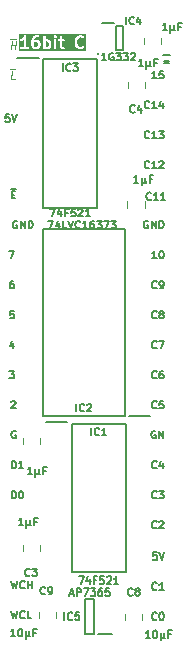
<source format=gto>
%TF.GenerationSoftware,KiCad,Pcbnew,8.0.4*%
%TF.CreationDate,2024-08-15T17:56:19+02:00*%
%TF.ProjectId,Comparator 16bit,436f6d70-6172-4617-946f-722031366269,rev?*%
%TF.SameCoordinates,PX54c81a0PY37b6b20*%
%TF.FileFunction,Legend,Top*%
%TF.FilePolarity,Positive*%
%FSLAX46Y46*%
G04 Gerber Fmt 4.6, Leading zero omitted, Abs format (unit mm)*
G04 Created by KiCad (PCBNEW 8.0.4) date 2024-08-15 17:56:19*
%MOMM*%
%LPD*%
G01*
G04 APERTURE LIST*
%ADD10C,0.080000*%
%ADD11C,0.150000*%
%ADD12C,0.200000*%
%ADD13C,0.120000*%
G04 APERTURE END LIST*
D10*
X1216041Y-289603D02*
X1295416Y345397D01*
X1257619Y43016D02*
X1620476Y43016D01*
X1578898Y-289603D02*
X1658273Y345397D01*
X1132131Y521685D02*
X1670369Y521685D01*
X1518422Y-2829603D02*
X1216041Y-2829603D01*
X1216041Y-2829603D02*
X1295416Y-2194603D01*
X1132131Y-2018315D02*
X1519179Y-2018315D01*
D11*
X13526601Y-38325486D02*
X13496363Y-38355725D01*
X13496363Y-38355725D02*
X13405649Y-38385963D01*
X13405649Y-38385963D02*
X13345173Y-38385963D01*
X13345173Y-38385963D02*
X13254458Y-38355725D01*
X13254458Y-38355725D02*
X13193982Y-38295248D01*
X13193982Y-38295248D02*
X13163744Y-38234772D01*
X13163744Y-38234772D02*
X13133506Y-38113820D01*
X13133506Y-38113820D02*
X13133506Y-38023105D01*
X13133506Y-38023105D02*
X13163744Y-37902153D01*
X13163744Y-37902153D02*
X13193982Y-37841677D01*
X13193982Y-37841677D02*
X13254458Y-37781201D01*
X13254458Y-37781201D02*
X13345173Y-37750963D01*
X13345173Y-37750963D02*
X13405649Y-37750963D01*
X13405649Y-37750963D02*
X13496363Y-37781201D01*
X13496363Y-37781201D02*
X13526601Y-37811439D01*
X13738268Y-37750963D02*
X14131363Y-37750963D01*
X14131363Y-37750963D02*
X13919696Y-37992867D01*
X13919696Y-37992867D02*
X14010411Y-37992867D01*
X14010411Y-37992867D02*
X14070887Y-38023105D01*
X14070887Y-38023105D02*
X14101125Y-38053344D01*
X14101125Y-38053344D02*
X14131363Y-38113820D01*
X14131363Y-38113820D02*
X14131363Y-38265010D01*
X14131363Y-38265010D02*
X14101125Y-38325486D01*
X14101125Y-38325486D02*
X14070887Y-38355725D01*
X14070887Y-38355725D02*
X14010411Y-38385963D01*
X14010411Y-38385963D02*
X13828982Y-38385963D01*
X13828982Y-38385963D02*
X13768506Y-38355725D01*
X13768506Y-38355725D02*
X13738268Y-38325486D01*
X13556839Y-42957963D02*
X13254458Y-42957963D01*
X13254458Y-42957963D02*
X13224220Y-43260344D01*
X13224220Y-43260344D02*
X13254458Y-43230105D01*
X13254458Y-43230105D02*
X13314934Y-43199867D01*
X13314934Y-43199867D02*
X13466125Y-43199867D01*
X13466125Y-43199867D02*
X13526601Y-43230105D01*
X13526601Y-43230105D02*
X13556839Y-43260344D01*
X13556839Y-43260344D02*
X13587077Y-43320820D01*
X13587077Y-43320820D02*
X13587077Y-43472010D01*
X13587077Y-43472010D02*
X13556839Y-43532486D01*
X13556839Y-43532486D02*
X13526601Y-43562725D01*
X13526601Y-43562725D02*
X13466125Y-43592963D01*
X13466125Y-43592963D02*
X13314934Y-43592963D01*
X13314934Y-43592963D02*
X13254458Y-43562725D01*
X13254458Y-43562725D02*
X13224220Y-43532486D01*
X13768506Y-42957963D02*
X13980172Y-43592963D01*
X13980172Y-43592963D02*
X14191839Y-42957963D01*
X13526601Y-46072486D02*
X13496363Y-46102725D01*
X13496363Y-46102725D02*
X13405649Y-46132963D01*
X13405649Y-46132963D02*
X13345173Y-46132963D01*
X13345173Y-46132963D02*
X13254458Y-46102725D01*
X13254458Y-46102725D02*
X13193982Y-46042248D01*
X13193982Y-46042248D02*
X13163744Y-45981772D01*
X13163744Y-45981772D02*
X13133506Y-45860820D01*
X13133506Y-45860820D02*
X13133506Y-45770105D01*
X13133506Y-45770105D02*
X13163744Y-45649153D01*
X13163744Y-45649153D02*
X13193982Y-45588677D01*
X13193982Y-45588677D02*
X13254458Y-45528201D01*
X13254458Y-45528201D02*
X13345173Y-45497963D01*
X13345173Y-45497963D02*
X13405649Y-45497963D01*
X13405649Y-45497963D02*
X13496363Y-45528201D01*
X13496363Y-45528201D02*
X13526601Y-45558439D01*
X14131363Y-46132963D02*
X13768506Y-46132963D01*
X13949934Y-46132963D02*
X13949934Y-45497963D01*
X13949934Y-45497963D02*
X13889458Y-45588677D01*
X13889458Y-45588677D02*
X13828982Y-45649153D01*
X13828982Y-45649153D02*
X13768506Y-45679391D01*
X1411017Y-19970963D02*
X1290064Y-19970963D01*
X1290064Y-19970963D02*
X1229588Y-20001201D01*
X1229588Y-20001201D02*
X1199350Y-20031439D01*
X1199350Y-20031439D02*
X1138874Y-20122153D01*
X1138874Y-20122153D02*
X1108636Y-20243105D01*
X1108636Y-20243105D02*
X1108636Y-20485010D01*
X1108636Y-20485010D02*
X1138874Y-20545486D01*
X1138874Y-20545486D02*
X1169112Y-20575725D01*
X1169112Y-20575725D02*
X1229588Y-20605963D01*
X1229588Y-20605963D02*
X1350541Y-20605963D01*
X1350541Y-20605963D02*
X1411017Y-20575725D01*
X1411017Y-20575725D02*
X1441255Y-20545486D01*
X1441255Y-20545486D02*
X1471493Y-20485010D01*
X1471493Y-20485010D02*
X1471493Y-20333820D01*
X1471493Y-20333820D02*
X1441255Y-20273344D01*
X1441255Y-20273344D02*
X1411017Y-20243105D01*
X1411017Y-20243105D02*
X1350541Y-20212867D01*
X1350541Y-20212867D02*
X1229588Y-20212867D01*
X1229588Y-20212867D02*
X1169112Y-20243105D01*
X1169112Y-20243105D02*
X1138874Y-20273344D01*
X1138874Y-20273344D02*
X1108636Y-20333820D01*
X13526601Y-25625486D02*
X13496363Y-25655725D01*
X13496363Y-25655725D02*
X13405649Y-25685963D01*
X13405649Y-25685963D02*
X13345173Y-25685963D01*
X13345173Y-25685963D02*
X13254458Y-25655725D01*
X13254458Y-25655725D02*
X13193982Y-25595248D01*
X13193982Y-25595248D02*
X13163744Y-25534772D01*
X13163744Y-25534772D02*
X13133506Y-25413820D01*
X13133506Y-25413820D02*
X13133506Y-25323105D01*
X13133506Y-25323105D02*
X13163744Y-25202153D01*
X13163744Y-25202153D02*
X13193982Y-25141677D01*
X13193982Y-25141677D02*
X13254458Y-25081201D01*
X13254458Y-25081201D02*
X13345173Y-25050963D01*
X13345173Y-25050963D02*
X13405649Y-25050963D01*
X13405649Y-25050963D02*
X13496363Y-25081201D01*
X13496363Y-25081201D02*
X13526601Y-25111439D01*
X13738268Y-25050963D02*
X14161601Y-25050963D01*
X14161601Y-25050963D02*
X13889458Y-25685963D01*
X12800887Y-14921201D02*
X12740411Y-14890963D01*
X12740411Y-14890963D02*
X12649697Y-14890963D01*
X12649697Y-14890963D02*
X12558982Y-14921201D01*
X12558982Y-14921201D02*
X12498506Y-14981677D01*
X12498506Y-14981677D02*
X12468268Y-15042153D01*
X12468268Y-15042153D02*
X12438030Y-15163105D01*
X12438030Y-15163105D02*
X12438030Y-15253820D01*
X12438030Y-15253820D02*
X12468268Y-15374772D01*
X12468268Y-15374772D02*
X12498506Y-15435248D01*
X12498506Y-15435248D02*
X12558982Y-15495725D01*
X12558982Y-15495725D02*
X12649697Y-15525963D01*
X12649697Y-15525963D02*
X12710173Y-15525963D01*
X12710173Y-15525963D02*
X12800887Y-15495725D01*
X12800887Y-15495725D02*
X12831125Y-15465486D01*
X12831125Y-15465486D02*
X12831125Y-15253820D01*
X12831125Y-15253820D02*
X12710173Y-15253820D01*
X13103268Y-15525963D02*
X13103268Y-14890963D01*
X13103268Y-14890963D02*
X13466125Y-15525963D01*
X13466125Y-15525963D02*
X13466125Y-14890963D01*
X13768506Y-15525963D02*
X13768506Y-14890963D01*
X13768506Y-14890963D02*
X13919696Y-14890963D01*
X13919696Y-14890963D02*
X14010411Y-14921201D01*
X14010411Y-14921201D02*
X14070887Y-14981677D01*
X14070887Y-14981677D02*
X14101125Y-15042153D01*
X14101125Y-15042153D02*
X14131363Y-15163105D01*
X14131363Y-15163105D02*
X14131363Y-15253820D01*
X14131363Y-15253820D02*
X14101125Y-15374772D01*
X14101125Y-15374772D02*
X14070887Y-15435248D01*
X14070887Y-15435248D02*
X14010411Y-15495725D01*
X14010411Y-15495725D02*
X13919696Y-15525963D01*
X13919696Y-15525963D02*
X13768506Y-15525963D01*
X1598493Y-32701201D02*
X1538017Y-32670963D01*
X1538017Y-32670963D02*
X1447303Y-32670963D01*
X1447303Y-32670963D02*
X1356588Y-32701201D01*
X1356588Y-32701201D02*
X1296112Y-32761677D01*
X1296112Y-32761677D02*
X1265874Y-32822153D01*
X1265874Y-32822153D02*
X1235636Y-32943105D01*
X1235636Y-32943105D02*
X1235636Y-33033820D01*
X1235636Y-33033820D02*
X1265874Y-33154772D01*
X1265874Y-33154772D02*
X1296112Y-33215248D01*
X1296112Y-33215248D02*
X1356588Y-33275725D01*
X1356588Y-33275725D02*
X1447303Y-33305963D01*
X1447303Y-33305963D02*
X1507779Y-33305963D01*
X1507779Y-33305963D02*
X1598493Y-33275725D01*
X1598493Y-33275725D02*
X1628731Y-33245486D01*
X1628731Y-33245486D02*
X1628731Y-33033820D01*
X1628731Y-33033820D02*
X1507779Y-33033820D01*
X1265874Y-38385963D02*
X1265874Y-37750963D01*
X1265874Y-37750963D02*
X1417064Y-37750963D01*
X1417064Y-37750963D02*
X1507779Y-37781201D01*
X1507779Y-37781201D02*
X1568255Y-37841677D01*
X1568255Y-37841677D02*
X1598493Y-37902153D01*
X1598493Y-37902153D02*
X1628731Y-38023105D01*
X1628731Y-38023105D02*
X1628731Y-38113820D01*
X1628731Y-38113820D02*
X1598493Y-38234772D01*
X1598493Y-38234772D02*
X1568255Y-38295248D01*
X1568255Y-38295248D02*
X1507779Y-38355725D01*
X1507779Y-38355725D02*
X1417064Y-38385963D01*
X1417064Y-38385963D02*
X1265874Y-38385963D01*
X2021826Y-37750963D02*
X2082303Y-37750963D01*
X2082303Y-37750963D02*
X2142779Y-37781201D01*
X2142779Y-37781201D02*
X2173017Y-37811439D01*
X2173017Y-37811439D02*
X2203255Y-37871915D01*
X2203255Y-37871915D02*
X2233493Y-37992867D01*
X2233493Y-37992867D02*
X2233493Y-38144058D01*
X2233493Y-38144058D02*
X2203255Y-38265010D01*
X2203255Y-38265010D02*
X2173017Y-38325486D01*
X2173017Y-38325486D02*
X2142779Y-38355725D01*
X2142779Y-38355725D02*
X2082303Y-38385963D01*
X2082303Y-38385963D02*
X2021826Y-38385963D01*
X2021826Y-38385963D02*
X1961350Y-38355725D01*
X1961350Y-38355725D02*
X1931112Y-38325486D01*
X1931112Y-38325486D02*
X1900874Y-38265010D01*
X1900874Y-38265010D02*
X1870636Y-38144058D01*
X1870636Y-38144058D02*
X1870636Y-37992867D01*
X1870636Y-37992867D02*
X1900874Y-37871915D01*
X1900874Y-37871915D02*
X1931112Y-37811439D01*
X1931112Y-37811439D02*
X1961350Y-37781201D01*
X1961350Y-37781201D02*
X2021826Y-37750963D01*
X12921839Y-7845486D02*
X12891601Y-7875725D01*
X12891601Y-7875725D02*
X12800887Y-7905963D01*
X12800887Y-7905963D02*
X12740411Y-7905963D01*
X12740411Y-7905963D02*
X12649696Y-7875725D01*
X12649696Y-7875725D02*
X12589220Y-7815248D01*
X12589220Y-7815248D02*
X12558982Y-7754772D01*
X12558982Y-7754772D02*
X12528744Y-7633820D01*
X12528744Y-7633820D02*
X12528744Y-7543105D01*
X12528744Y-7543105D02*
X12558982Y-7422153D01*
X12558982Y-7422153D02*
X12589220Y-7361677D01*
X12589220Y-7361677D02*
X12649696Y-7301201D01*
X12649696Y-7301201D02*
X12740411Y-7270963D01*
X12740411Y-7270963D02*
X12800887Y-7270963D01*
X12800887Y-7270963D02*
X12891601Y-7301201D01*
X12891601Y-7301201D02*
X12921839Y-7331439D01*
X13526601Y-7905963D02*
X13163744Y-7905963D01*
X13345172Y-7905963D02*
X13345172Y-7270963D01*
X13345172Y-7270963D02*
X13284696Y-7361677D01*
X13284696Y-7361677D02*
X13224220Y-7422153D01*
X13224220Y-7422153D02*
X13163744Y-7452391D01*
X13738268Y-7270963D02*
X14131363Y-7270963D01*
X14131363Y-7270963D02*
X13919696Y-7512867D01*
X13919696Y-7512867D02*
X14010411Y-7512867D01*
X14010411Y-7512867D02*
X14070887Y-7543105D01*
X14070887Y-7543105D02*
X14101125Y-7573344D01*
X14101125Y-7573344D02*
X14131363Y-7633820D01*
X14131363Y-7633820D02*
X14131363Y-7785010D01*
X14131363Y-7785010D02*
X14101125Y-7845486D01*
X14101125Y-7845486D02*
X14070887Y-7875725D01*
X14070887Y-7875725D02*
X14010411Y-7905963D01*
X14010411Y-7905963D02*
X13828982Y-7905963D01*
X13828982Y-7905963D02*
X13768506Y-7875725D01*
X13768506Y-7875725D02*
X13738268Y-7845486D01*
X1265874Y-35845963D02*
X1265874Y-35210963D01*
X1265874Y-35210963D02*
X1417064Y-35210963D01*
X1417064Y-35210963D02*
X1507779Y-35241201D01*
X1507779Y-35241201D02*
X1568255Y-35301677D01*
X1568255Y-35301677D02*
X1598493Y-35362153D01*
X1598493Y-35362153D02*
X1628731Y-35483105D01*
X1628731Y-35483105D02*
X1628731Y-35573820D01*
X1628731Y-35573820D02*
X1598493Y-35694772D01*
X1598493Y-35694772D02*
X1568255Y-35755248D01*
X1568255Y-35755248D02*
X1507779Y-35815725D01*
X1507779Y-35815725D02*
X1417064Y-35845963D01*
X1417064Y-35845963D02*
X1265874Y-35845963D01*
X2233493Y-35845963D02*
X1870636Y-35845963D01*
X2052064Y-35845963D02*
X2052064Y-35210963D01*
X2052064Y-35210963D02*
X1991588Y-35301677D01*
X1991588Y-35301677D02*
X1931112Y-35362153D01*
X1931112Y-35362153D02*
X1870636Y-35392391D01*
X1441255Y-22510963D02*
X1138874Y-22510963D01*
X1138874Y-22510963D02*
X1108636Y-22813344D01*
X1108636Y-22813344D02*
X1138874Y-22783105D01*
X1138874Y-22783105D02*
X1199350Y-22752867D01*
X1199350Y-22752867D02*
X1350541Y-22752867D01*
X1350541Y-22752867D02*
X1411017Y-22783105D01*
X1411017Y-22783105D02*
X1441255Y-22813344D01*
X1441255Y-22813344D02*
X1471493Y-22873820D01*
X1471493Y-22873820D02*
X1471493Y-23025010D01*
X1471493Y-23025010D02*
X1441255Y-23085486D01*
X1441255Y-23085486D02*
X1411017Y-23115725D01*
X1411017Y-23115725D02*
X1350541Y-23145963D01*
X1350541Y-23145963D02*
X1199350Y-23145963D01*
X1199350Y-23145963D02*
X1138874Y-23115725D01*
X1138874Y-23115725D02*
X1108636Y-23085486D01*
X1078398Y-17430963D02*
X1501731Y-17430963D01*
X1501731Y-17430963D02*
X1229588Y-18065963D01*
X1265874Y-12653344D02*
X1477541Y-12653344D01*
X1568255Y-12985963D02*
X1265874Y-12985963D01*
X1265874Y-12985963D02*
X1265874Y-12350963D01*
X1265874Y-12350963D02*
X1568255Y-12350963D01*
X1178184Y-12174675D02*
X1625708Y-12174675D01*
X12921839Y-5305486D02*
X12891601Y-5335725D01*
X12891601Y-5335725D02*
X12800887Y-5365963D01*
X12800887Y-5365963D02*
X12740411Y-5365963D01*
X12740411Y-5365963D02*
X12649696Y-5335725D01*
X12649696Y-5335725D02*
X12589220Y-5275248D01*
X12589220Y-5275248D02*
X12558982Y-5214772D01*
X12558982Y-5214772D02*
X12528744Y-5093820D01*
X12528744Y-5093820D02*
X12528744Y-5003105D01*
X12528744Y-5003105D02*
X12558982Y-4882153D01*
X12558982Y-4882153D02*
X12589220Y-4821677D01*
X12589220Y-4821677D02*
X12649696Y-4761201D01*
X12649696Y-4761201D02*
X12740411Y-4730963D01*
X12740411Y-4730963D02*
X12800887Y-4730963D01*
X12800887Y-4730963D02*
X12891601Y-4761201D01*
X12891601Y-4761201D02*
X12921839Y-4791439D01*
X13526601Y-5365963D02*
X13163744Y-5365963D01*
X13345172Y-5365963D02*
X13345172Y-4730963D01*
X13345172Y-4730963D02*
X13284696Y-4821677D01*
X13284696Y-4821677D02*
X13224220Y-4882153D01*
X13224220Y-4882153D02*
X13163744Y-4912391D01*
X14070887Y-4942629D02*
X14070887Y-5365963D01*
X13919696Y-4700725D02*
X13768506Y-5154296D01*
X13768506Y-5154296D02*
X14161601Y-5154296D01*
X13526601Y-28165486D02*
X13496363Y-28195725D01*
X13496363Y-28195725D02*
X13405649Y-28225963D01*
X13405649Y-28225963D02*
X13345173Y-28225963D01*
X13345173Y-28225963D02*
X13254458Y-28195725D01*
X13254458Y-28195725D02*
X13193982Y-28135248D01*
X13193982Y-28135248D02*
X13163744Y-28074772D01*
X13163744Y-28074772D02*
X13133506Y-27953820D01*
X13133506Y-27953820D02*
X13133506Y-27863105D01*
X13133506Y-27863105D02*
X13163744Y-27742153D01*
X13163744Y-27742153D02*
X13193982Y-27681677D01*
X13193982Y-27681677D02*
X13254458Y-27621201D01*
X13254458Y-27621201D02*
X13345173Y-27590963D01*
X13345173Y-27590963D02*
X13405649Y-27590963D01*
X13405649Y-27590963D02*
X13496363Y-27621201D01*
X13496363Y-27621201D02*
X13526601Y-27651439D01*
X14070887Y-27590963D02*
X13949934Y-27590963D01*
X13949934Y-27590963D02*
X13889458Y-27621201D01*
X13889458Y-27621201D02*
X13859220Y-27651439D01*
X13859220Y-27651439D02*
X13798744Y-27742153D01*
X13798744Y-27742153D02*
X13768506Y-27863105D01*
X13768506Y-27863105D02*
X13768506Y-28105010D01*
X13768506Y-28105010D02*
X13798744Y-28165486D01*
X13798744Y-28165486D02*
X13828982Y-28195725D01*
X13828982Y-28195725D02*
X13889458Y-28225963D01*
X13889458Y-28225963D02*
X14010411Y-28225963D01*
X14010411Y-28225963D02*
X14070887Y-28195725D01*
X14070887Y-28195725D02*
X14101125Y-28165486D01*
X14101125Y-28165486D02*
X14131363Y-28105010D01*
X14131363Y-28105010D02*
X14131363Y-27953820D01*
X14131363Y-27953820D02*
X14101125Y-27893344D01*
X14101125Y-27893344D02*
X14070887Y-27863105D01*
X14070887Y-27863105D02*
X14010411Y-27832867D01*
X14010411Y-27832867D02*
X13889458Y-27832867D01*
X13889458Y-27832867D02*
X13828982Y-27863105D01*
X13828982Y-27863105D02*
X13798744Y-27893344D01*
X13798744Y-27893344D02*
X13768506Y-27953820D01*
X1235636Y-30191439D02*
X1265874Y-30161201D01*
X1265874Y-30161201D02*
X1326350Y-30130963D01*
X1326350Y-30130963D02*
X1477541Y-30130963D01*
X1477541Y-30130963D02*
X1538017Y-30161201D01*
X1538017Y-30161201D02*
X1568255Y-30191439D01*
X1568255Y-30191439D02*
X1598493Y-30251915D01*
X1598493Y-30251915D02*
X1598493Y-30312391D01*
X1598493Y-30312391D02*
X1568255Y-30403105D01*
X1568255Y-30403105D02*
X1205398Y-30765963D01*
X1205398Y-30765963D02*
X1598493Y-30765963D01*
X14125316Y-1350344D02*
X14609126Y-1350344D01*
X14609126Y-1531772D02*
X14125316Y-1531772D01*
X14037626Y-871675D02*
X14696816Y-871675D01*
X12921839Y-10385486D02*
X12891601Y-10415725D01*
X12891601Y-10415725D02*
X12800887Y-10445963D01*
X12800887Y-10445963D02*
X12740411Y-10445963D01*
X12740411Y-10445963D02*
X12649696Y-10415725D01*
X12649696Y-10415725D02*
X12589220Y-10355248D01*
X12589220Y-10355248D02*
X12558982Y-10294772D01*
X12558982Y-10294772D02*
X12528744Y-10173820D01*
X12528744Y-10173820D02*
X12528744Y-10083105D01*
X12528744Y-10083105D02*
X12558982Y-9962153D01*
X12558982Y-9962153D02*
X12589220Y-9901677D01*
X12589220Y-9901677D02*
X12649696Y-9841201D01*
X12649696Y-9841201D02*
X12740411Y-9810963D01*
X12740411Y-9810963D02*
X12800887Y-9810963D01*
X12800887Y-9810963D02*
X12891601Y-9841201D01*
X12891601Y-9841201D02*
X12921839Y-9871439D01*
X13526601Y-10445963D02*
X13163744Y-10445963D01*
X13345172Y-10445963D02*
X13345172Y-9810963D01*
X13345172Y-9810963D02*
X13284696Y-9901677D01*
X13284696Y-9901677D02*
X13224220Y-9962153D01*
X13224220Y-9962153D02*
X13163744Y-9992391D01*
X13768506Y-9871439D02*
X13798744Y-9841201D01*
X13798744Y-9841201D02*
X13859220Y-9810963D01*
X13859220Y-9810963D02*
X14010411Y-9810963D01*
X14010411Y-9810963D02*
X14070887Y-9841201D01*
X14070887Y-9841201D02*
X14101125Y-9871439D01*
X14101125Y-9871439D02*
X14131363Y-9931915D01*
X14131363Y-9931915D02*
X14131363Y-9992391D01*
X14131363Y-9992391D02*
X14101125Y-10083105D01*
X14101125Y-10083105D02*
X13738268Y-10445963D01*
X13738268Y-10445963D02*
X14131363Y-10445963D01*
X13526601Y-2825963D02*
X13163744Y-2825963D01*
X13345172Y-2825963D02*
X13345172Y-2190963D01*
X13345172Y-2190963D02*
X13284696Y-2281677D01*
X13284696Y-2281677D02*
X13224220Y-2342153D01*
X13224220Y-2342153D02*
X13163744Y-2372391D01*
X14101125Y-2190963D02*
X13798744Y-2190963D01*
X13798744Y-2190963D02*
X13768506Y-2493344D01*
X13768506Y-2493344D02*
X13798744Y-2463105D01*
X13798744Y-2463105D02*
X13859220Y-2432867D01*
X13859220Y-2432867D02*
X14010411Y-2432867D01*
X14010411Y-2432867D02*
X14070887Y-2463105D01*
X14070887Y-2463105D02*
X14101125Y-2493344D01*
X14101125Y-2493344D02*
X14131363Y-2553820D01*
X14131363Y-2553820D02*
X14131363Y-2705010D01*
X14131363Y-2705010D02*
X14101125Y-2765486D01*
X14101125Y-2765486D02*
X14070887Y-2795725D01*
X14070887Y-2795725D02*
X14010411Y-2825963D01*
X14010411Y-2825963D02*
X13859220Y-2825963D01*
X13859220Y-2825963D02*
X13798744Y-2795725D01*
X13798744Y-2795725D02*
X13768506Y-2765486D01*
X13526601Y-48612486D02*
X13496363Y-48642725D01*
X13496363Y-48642725D02*
X13405649Y-48672963D01*
X13405649Y-48672963D02*
X13345173Y-48672963D01*
X13345173Y-48672963D02*
X13254458Y-48642725D01*
X13254458Y-48642725D02*
X13193982Y-48582248D01*
X13193982Y-48582248D02*
X13163744Y-48521772D01*
X13163744Y-48521772D02*
X13133506Y-48400820D01*
X13133506Y-48400820D02*
X13133506Y-48310105D01*
X13133506Y-48310105D02*
X13163744Y-48189153D01*
X13163744Y-48189153D02*
X13193982Y-48128677D01*
X13193982Y-48128677D02*
X13254458Y-48068201D01*
X13254458Y-48068201D02*
X13345173Y-48037963D01*
X13345173Y-48037963D02*
X13405649Y-48037963D01*
X13405649Y-48037963D02*
X13496363Y-48068201D01*
X13496363Y-48068201D02*
X13526601Y-48098439D01*
X13919696Y-48037963D02*
X13980173Y-48037963D01*
X13980173Y-48037963D02*
X14040649Y-48068201D01*
X14040649Y-48068201D02*
X14070887Y-48098439D01*
X14070887Y-48098439D02*
X14101125Y-48158915D01*
X14101125Y-48158915D02*
X14131363Y-48279867D01*
X14131363Y-48279867D02*
X14131363Y-48431058D01*
X14131363Y-48431058D02*
X14101125Y-48552010D01*
X14101125Y-48552010D02*
X14070887Y-48612486D01*
X14070887Y-48612486D02*
X14040649Y-48642725D01*
X14040649Y-48642725D02*
X13980173Y-48672963D01*
X13980173Y-48672963D02*
X13919696Y-48672963D01*
X13919696Y-48672963D02*
X13859220Y-48642725D01*
X13859220Y-48642725D02*
X13828982Y-48612486D01*
X13828982Y-48612486D02*
X13798744Y-48552010D01*
X13798744Y-48552010D02*
X13768506Y-48431058D01*
X13768506Y-48431058D02*
X13768506Y-48279867D01*
X13768506Y-48279867D02*
X13798744Y-48158915D01*
X13798744Y-48158915D02*
X13828982Y-48098439D01*
X13828982Y-48098439D02*
X13859220Y-48068201D01*
X13859220Y-48068201D02*
X13919696Y-48037963D01*
X1205398Y-45370963D02*
X1356588Y-46005963D01*
X1356588Y-46005963D02*
X1477541Y-45552391D01*
X1477541Y-45552391D02*
X1598493Y-46005963D01*
X1598493Y-46005963D02*
X1749684Y-45370963D01*
X2354445Y-45945486D02*
X2324207Y-45975725D01*
X2324207Y-45975725D02*
X2233493Y-46005963D01*
X2233493Y-46005963D02*
X2173017Y-46005963D01*
X2173017Y-46005963D02*
X2082302Y-45975725D01*
X2082302Y-45975725D02*
X2021826Y-45915248D01*
X2021826Y-45915248D02*
X1991588Y-45854772D01*
X1991588Y-45854772D02*
X1961350Y-45733820D01*
X1961350Y-45733820D02*
X1961350Y-45643105D01*
X1961350Y-45643105D02*
X1991588Y-45522153D01*
X1991588Y-45522153D02*
X2021826Y-45461677D01*
X2021826Y-45461677D02*
X2082302Y-45401201D01*
X2082302Y-45401201D02*
X2173017Y-45370963D01*
X2173017Y-45370963D02*
X2233493Y-45370963D01*
X2233493Y-45370963D02*
X2324207Y-45401201D01*
X2324207Y-45401201D02*
X2354445Y-45431439D01*
X2626588Y-46005963D02*
X2626588Y-45370963D01*
X2626588Y-45673344D02*
X2989445Y-45673344D01*
X2989445Y-46005963D02*
X2989445Y-45370963D01*
X13526601Y-30705486D02*
X13496363Y-30735725D01*
X13496363Y-30735725D02*
X13405649Y-30765963D01*
X13405649Y-30765963D02*
X13345173Y-30765963D01*
X13345173Y-30765963D02*
X13254458Y-30735725D01*
X13254458Y-30735725D02*
X13193982Y-30675248D01*
X13193982Y-30675248D02*
X13163744Y-30614772D01*
X13163744Y-30614772D02*
X13133506Y-30493820D01*
X13133506Y-30493820D02*
X13133506Y-30403105D01*
X13133506Y-30403105D02*
X13163744Y-30282153D01*
X13163744Y-30282153D02*
X13193982Y-30221677D01*
X13193982Y-30221677D02*
X13254458Y-30161201D01*
X13254458Y-30161201D02*
X13345173Y-30130963D01*
X13345173Y-30130963D02*
X13405649Y-30130963D01*
X13405649Y-30130963D02*
X13496363Y-30161201D01*
X13496363Y-30161201D02*
X13526601Y-30191439D01*
X14101125Y-30130963D02*
X13798744Y-30130963D01*
X13798744Y-30130963D02*
X13768506Y-30433344D01*
X13768506Y-30433344D02*
X13798744Y-30403105D01*
X13798744Y-30403105D02*
X13859220Y-30372867D01*
X13859220Y-30372867D02*
X14010411Y-30372867D01*
X14010411Y-30372867D02*
X14070887Y-30403105D01*
X14070887Y-30403105D02*
X14101125Y-30433344D01*
X14101125Y-30433344D02*
X14131363Y-30493820D01*
X14131363Y-30493820D02*
X14131363Y-30645010D01*
X14131363Y-30645010D02*
X14101125Y-30705486D01*
X14101125Y-30705486D02*
X14070887Y-30735725D01*
X14070887Y-30735725D02*
X14010411Y-30765963D01*
X14010411Y-30765963D02*
X13859220Y-30765963D01*
X13859220Y-30765963D02*
X13798744Y-30735725D01*
X13798744Y-30735725D02*
X13768506Y-30705486D01*
X13526601Y-23085486D02*
X13496363Y-23115725D01*
X13496363Y-23115725D02*
X13405649Y-23145963D01*
X13405649Y-23145963D02*
X13345173Y-23145963D01*
X13345173Y-23145963D02*
X13254458Y-23115725D01*
X13254458Y-23115725D02*
X13193982Y-23055248D01*
X13193982Y-23055248D02*
X13163744Y-22994772D01*
X13163744Y-22994772D02*
X13133506Y-22873820D01*
X13133506Y-22873820D02*
X13133506Y-22783105D01*
X13133506Y-22783105D02*
X13163744Y-22662153D01*
X13163744Y-22662153D02*
X13193982Y-22601677D01*
X13193982Y-22601677D02*
X13254458Y-22541201D01*
X13254458Y-22541201D02*
X13345173Y-22510963D01*
X13345173Y-22510963D02*
X13405649Y-22510963D01*
X13405649Y-22510963D02*
X13496363Y-22541201D01*
X13496363Y-22541201D02*
X13526601Y-22571439D01*
X13889458Y-22783105D02*
X13828982Y-22752867D01*
X13828982Y-22752867D02*
X13798744Y-22722629D01*
X13798744Y-22722629D02*
X13768506Y-22662153D01*
X13768506Y-22662153D02*
X13768506Y-22631915D01*
X13768506Y-22631915D02*
X13798744Y-22571439D01*
X13798744Y-22571439D02*
X13828982Y-22541201D01*
X13828982Y-22541201D02*
X13889458Y-22510963D01*
X13889458Y-22510963D02*
X14010411Y-22510963D01*
X14010411Y-22510963D02*
X14070887Y-22541201D01*
X14070887Y-22541201D02*
X14101125Y-22571439D01*
X14101125Y-22571439D02*
X14131363Y-22631915D01*
X14131363Y-22631915D02*
X14131363Y-22662153D01*
X14131363Y-22662153D02*
X14101125Y-22722629D01*
X14101125Y-22722629D02*
X14070887Y-22752867D01*
X14070887Y-22752867D02*
X14010411Y-22783105D01*
X14010411Y-22783105D02*
X13889458Y-22783105D01*
X13889458Y-22783105D02*
X13828982Y-22813344D01*
X13828982Y-22813344D02*
X13798744Y-22843582D01*
X13798744Y-22843582D02*
X13768506Y-22904058D01*
X13768506Y-22904058D02*
X13768506Y-23025010D01*
X13768506Y-23025010D02*
X13798744Y-23085486D01*
X13798744Y-23085486D02*
X13828982Y-23115725D01*
X13828982Y-23115725D02*
X13889458Y-23145963D01*
X13889458Y-23145963D02*
X14010411Y-23145963D01*
X14010411Y-23145963D02*
X14070887Y-23115725D01*
X14070887Y-23115725D02*
X14101125Y-23085486D01*
X14101125Y-23085486D02*
X14131363Y-23025010D01*
X14131363Y-23025010D02*
X14131363Y-22904058D01*
X14131363Y-22904058D02*
X14101125Y-22843582D01*
X14101125Y-22843582D02*
X14070887Y-22813344D01*
X14070887Y-22813344D02*
X14010411Y-22783105D01*
X13526601Y-35785486D02*
X13496363Y-35815725D01*
X13496363Y-35815725D02*
X13405649Y-35845963D01*
X13405649Y-35845963D02*
X13345173Y-35845963D01*
X13345173Y-35845963D02*
X13254458Y-35815725D01*
X13254458Y-35815725D02*
X13193982Y-35755248D01*
X13193982Y-35755248D02*
X13163744Y-35694772D01*
X13163744Y-35694772D02*
X13133506Y-35573820D01*
X13133506Y-35573820D02*
X13133506Y-35483105D01*
X13133506Y-35483105D02*
X13163744Y-35362153D01*
X13163744Y-35362153D02*
X13193982Y-35301677D01*
X13193982Y-35301677D02*
X13254458Y-35241201D01*
X13254458Y-35241201D02*
X13345173Y-35210963D01*
X13345173Y-35210963D02*
X13405649Y-35210963D01*
X13405649Y-35210963D02*
X13496363Y-35241201D01*
X13496363Y-35241201D02*
X13526601Y-35271439D01*
X14070887Y-35422629D02*
X14070887Y-35845963D01*
X13919696Y-35180725D02*
X13768506Y-35634296D01*
X13768506Y-35634296D02*
X14161601Y-35634296D01*
X1411017Y-25262629D02*
X1411017Y-25685963D01*
X1259826Y-25020725D02*
X1108636Y-25474296D01*
X1108636Y-25474296D02*
X1501731Y-25474296D01*
X13048839Y-13052486D02*
X13018601Y-13082725D01*
X13018601Y-13082725D02*
X12927887Y-13112963D01*
X12927887Y-13112963D02*
X12867411Y-13112963D01*
X12867411Y-13112963D02*
X12776696Y-13082725D01*
X12776696Y-13082725D02*
X12716220Y-13022248D01*
X12716220Y-13022248D02*
X12685982Y-12961772D01*
X12685982Y-12961772D02*
X12655744Y-12840820D01*
X12655744Y-12840820D02*
X12655744Y-12750105D01*
X12655744Y-12750105D02*
X12685982Y-12629153D01*
X12685982Y-12629153D02*
X12716220Y-12568677D01*
X12716220Y-12568677D02*
X12776696Y-12508201D01*
X12776696Y-12508201D02*
X12867411Y-12477963D01*
X12867411Y-12477963D02*
X12927887Y-12477963D01*
X12927887Y-12477963D02*
X13018601Y-12508201D01*
X13018601Y-12508201D02*
X13048839Y-12538439D01*
X13653601Y-13112963D02*
X13290744Y-13112963D01*
X13472172Y-13112963D02*
X13472172Y-12477963D01*
X13472172Y-12477963D02*
X13411696Y-12568677D01*
X13411696Y-12568677D02*
X13351220Y-12629153D01*
X13351220Y-12629153D02*
X13290744Y-12659391D01*
X14258363Y-13112963D02*
X13895506Y-13112963D01*
X14076934Y-13112963D02*
X14076934Y-12477963D01*
X14076934Y-12477963D02*
X14016458Y-12568677D01*
X14016458Y-12568677D02*
X13955982Y-12629153D01*
X13955982Y-12629153D02*
X13895506Y-12659391D01*
X13526601Y-18065963D02*
X13163744Y-18065963D01*
X13345172Y-18065963D02*
X13345172Y-17430963D01*
X13345172Y-17430963D02*
X13284696Y-17521677D01*
X13284696Y-17521677D02*
X13224220Y-17582153D01*
X13224220Y-17582153D02*
X13163744Y-17612391D01*
X13919696Y-17430963D02*
X13980173Y-17430963D01*
X13980173Y-17430963D02*
X14040649Y-17461201D01*
X14040649Y-17461201D02*
X14070887Y-17491439D01*
X14070887Y-17491439D02*
X14101125Y-17551915D01*
X14101125Y-17551915D02*
X14131363Y-17672867D01*
X14131363Y-17672867D02*
X14131363Y-17824058D01*
X14131363Y-17824058D02*
X14101125Y-17945010D01*
X14101125Y-17945010D02*
X14070887Y-18005486D01*
X14070887Y-18005486D02*
X14040649Y-18035725D01*
X14040649Y-18035725D02*
X13980173Y-18065963D01*
X13980173Y-18065963D02*
X13919696Y-18065963D01*
X13919696Y-18065963D02*
X13859220Y-18035725D01*
X13859220Y-18035725D02*
X13828982Y-18005486D01*
X13828982Y-18005486D02*
X13798744Y-17945010D01*
X13798744Y-17945010D02*
X13768506Y-17824058D01*
X13768506Y-17824058D02*
X13768506Y-17672867D01*
X13768506Y-17672867D02*
X13798744Y-17551915D01*
X13798744Y-17551915D02*
X13828982Y-17491439D01*
X13828982Y-17491439D02*
X13859220Y-17461201D01*
X13859220Y-17461201D02*
X13919696Y-17430963D01*
D12*
G36*
X3449287Y241024D02*
G01*
X3473956Y216356D01*
X3503761Y156746D01*
X3503761Y-34135D01*
X3473956Y-93743D01*
X3449287Y-118413D01*
X3389678Y-148219D01*
X3246416Y-148219D01*
X3186806Y-118414D01*
X3162139Y-93746D01*
X3132333Y-34134D01*
X3132333Y156746D01*
X3162138Y216356D01*
X3186806Y241025D01*
X3246416Y270829D01*
X3389678Y270829D01*
X3449287Y241024D01*
G37*
G36*
X4354049Y288643D02*
G01*
X4378718Y263975D01*
X4408523Y204365D01*
X4408523Y-34135D01*
X4378718Y-93743D01*
X4354049Y-118413D01*
X4294440Y-148219D01*
X4151178Y-148219D01*
X4132333Y-138796D01*
X4132333Y309026D01*
X4151178Y318448D01*
X4294440Y318448D01*
X4354049Y288643D01*
G37*
G36*
X7527237Y-459330D02*
G01*
X1869626Y-459330D01*
X1869626Y478574D01*
X1980737Y478574D01*
X1983503Y439654D01*
X2000952Y404755D01*
X2030429Y379191D01*
X2067445Y366852D01*
X2106365Y369618D01*
X2124673Y376624D01*
X2219911Y424243D01*
X2228307Y429529D01*
X2230747Y430539D01*
X2233493Y432793D01*
X2236501Y434686D01*
X2238230Y436681D01*
X2245901Y442975D01*
X2265666Y462740D01*
X2265666Y-148219D01*
X2079952Y-148219D01*
X2060443Y-150140D01*
X2024395Y-165072D01*
X1996805Y-192662D01*
X1981873Y-228710D01*
X1981873Y-267728D01*
X1996805Y-303776D01*
X2024395Y-331366D01*
X2060443Y-346298D01*
X2079952Y-348219D01*
X2651380Y-348219D01*
X2670889Y-346298D01*
X2706937Y-331366D01*
X2734527Y-303776D01*
X2749459Y-267728D01*
X2749459Y-228710D01*
X2734527Y-192662D01*
X2706937Y-165072D01*
X2670889Y-150140D01*
X2651380Y-148219D01*
X2465666Y-148219D01*
X2465666Y323210D01*
X2932333Y323210D01*
X2932333Y-57742D01*
X2934254Y-77251D01*
X2935629Y-80571D01*
X2935884Y-84155D01*
X2942890Y-102463D01*
X2990509Y-197701D01*
X2995792Y-206093D01*
X2996804Y-208537D01*
X2999060Y-211286D01*
X3000952Y-214291D01*
X3002946Y-216020D01*
X3009241Y-223690D01*
X3056859Y-271310D01*
X3064527Y-277603D01*
X3066259Y-279600D01*
X3069267Y-281493D01*
X3072013Y-283747D01*
X3074453Y-284757D01*
X3082850Y-290043D01*
X3178087Y-337662D01*
X3196396Y-344668D01*
X3199979Y-344922D01*
X3203300Y-346298D01*
X3222809Y-348219D01*
X3413285Y-348219D01*
X3432794Y-346298D01*
X3436114Y-344922D01*
X3439698Y-344668D01*
X3458006Y-337662D01*
X3553244Y-290043D01*
X3561639Y-284758D01*
X3564081Y-283747D01*
X3566828Y-281491D01*
X3569834Y-279600D01*
X3571564Y-277605D01*
X3579234Y-271310D01*
X3626853Y-223690D01*
X3633145Y-216023D01*
X3635142Y-214292D01*
X3637035Y-211284D01*
X3639290Y-208537D01*
X3640301Y-206095D01*
X3645585Y-197701D01*
X3693204Y-102464D01*
X3700210Y-84155D01*
X3700464Y-80571D01*
X3701840Y-77251D01*
X3703761Y-57742D01*
X3703761Y180353D01*
X3701840Y199862D01*
X3700464Y203183D01*
X3700210Y206766D01*
X3693204Y225075D01*
X3645585Y320312D01*
X3640299Y328709D01*
X3639289Y331149D01*
X3637035Y333895D01*
X3635142Y336903D01*
X3633144Y338636D01*
X3626852Y346302D01*
X3579234Y393921D01*
X3571563Y400216D01*
X3569834Y402210D01*
X3566826Y404104D01*
X3564080Y406357D01*
X3561640Y407368D01*
X3553244Y412653D01*
X3458006Y460272D01*
X3439698Y467278D01*
X3436114Y467533D01*
X3432794Y468908D01*
X3413285Y470829D01*
X3222809Y470829D01*
X3203300Y468908D01*
X3199979Y467533D01*
X3196396Y467278D01*
X3178087Y460272D01*
X3168474Y455466D01*
X3172765Y472628D01*
X3252901Y592833D01*
X3282044Y621977D01*
X3341654Y651781D01*
X3508523Y651781D01*
X3528032Y653702D01*
X3564080Y668634D01*
X3591670Y696224D01*
X3606602Y732272D01*
X3606602Y751781D01*
X3932333Y751781D01*
X3932333Y-248219D01*
X3934254Y-267728D01*
X3949186Y-303776D01*
X3976776Y-331366D01*
X4012824Y-346298D01*
X4051842Y-346298D01*
X4078246Y-335360D01*
X4082849Y-337662D01*
X4101158Y-344668D01*
X4104741Y-344922D01*
X4108062Y-346298D01*
X4127571Y-348219D01*
X4318047Y-348219D01*
X4337556Y-346298D01*
X4340876Y-344922D01*
X4344460Y-344668D01*
X4362768Y-337662D01*
X4458006Y-290043D01*
X4466401Y-284758D01*
X4468843Y-283747D01*
X4471590Y-281491D01*
X4474596Y-279600D01*
X4476326Y-277605D01*
X4483996Y-271310D01*
X4531615Y-223690D01*
X4537907Y-216023D01*
X4539904Y-214292D01*
X4541797Y-211284D01*
X4544052Y-208537D01*
X4545063Y-206095D01*
X4550347Y-197701D01*
X4597966Y-102464D01*
X4604972Y-84155D01*
X4605226Y-80571D01*
X4606602Y-77251D01*
X4608523Y-57742D01*
X4608523Y227972D01*
X4606602Y247481D01*
X4605226Y250802D01*
X4604972Y254385D01*
X4597966Y272694D01*
X4550347Y367931D01*
X4545061Y376328D01*
X4544051Y378768D01*
X4541797Y381514D01*
X4539904Y384522D01*
X4537906Y386255D01*
X4531614Y393921D01*
X4507088Y418448D01*
X4837095Y418448D01*
X4837095Y-248219D01*
X4839016Y-267728D01*
X4853948Y-303776D01*
X4881538Y-331366D01*
X4917586Y-346298D01*
X4956604Y-346298D01*
X4992652Y-331366D01*
X5020242Y-303776D01*
X5035174Y-267728D01*
X5037095Y-248219D01*
X5037095Y418448D01*
X5035174Y437957D01*
X5172349Y437957D01*
X5172349Y398939D01*
X5187281Y362891D01*
X5214871Y335301D01*
X5250919Y320369D01*
X5270428Y318448D01*
X5313285Y318448D01*
X5313285Y-105361D01*
X5315206Y-124870D01*
X5316581Y-128190D01*
X5316836Y-131773D01*
X5323842Y-150082D01*
X5371461Y-245321D01*
X5373514Y-248584D01*
X5374028Y-250123D01*
X5375690Y-252039D01*
X5381904Y-261911D01*
X5391375Y-270125D01*
X5399592Y-279600D01*
X5409462Y-285812D01*
X5411380Y-287476D01*
X5412920Y-287989D01*
X5416183Y-290043D01*
X5511420Y-337662D01*
X5529729Y-344668D01*
X5533312Y-344922D01*
X5536633Y-346298D01*
X5556142Y-348219D01*
X5651380Y-348219D01*
X5670889Y-346298D01*
X5706937Y-331366D01*
X5734527Y-303776D01*
X5749459Y-267728D01*
X5749459Y-228710D01*
X5734527Y-192662D01*
X5706937Y-165072D01*
X5670889Y-150140D01*
X5651380Y-148219D01*
X5579749Y-148219D01*
X5535439Y-126064D01*
X5513285Y-81754D01*
X5513285Y318448D01*
X5651380Y318448D01*
X5670889Y320369D01*
X5677748Y323210D01*
X6599000Y323210D01*
X6599000Y180353D01*
X6599335Y176951D01*
X6599118Y175492D01*
X6600197Y168195D01*
X6600921Y160844D01*
X6601485Y159481D01*
X6601986Y156099D01*
X6649605Y-34376D01*
X6650118Y-35813D01*
X6650170Y-36536D01*
X6653278Y-44660D01*
X6656200Y-52837D01*
X6656630Y-53417D01*
X6657176Y-54844D01*
X6704795Y-150082D01*
X6710077Y-158474D01*
X6711090Y-160918D01*
X6713346Y-163667D01*
X6715238Y-166672D01*
X6717232Y-168401D01*
X6723527Y-176071D01*
X6818765Y-271311D01*
X6833918Y-283747D01*
X6837237Y-285122D01*
X6839953Y-287477D01*
X6857853Y-295468D01*
X7000710Y-343087D01*
X7010382Y-345286D01*
X7012824Y-346298D01*
X7016361Y-346646D01*
X7019825Y-347434D01*
X7022459Y-347246D01*
X7032333Y-348219D01*
X7127571Y-348219D01*
X7137444Y-347246D01*
X7140078Y-347434D01*
X7143541Y-346646D01*
X7147080Y-346298D01*
X7149522Y-345286D01*
X7159194Y-343087D01*
X7302050Y-295468D01*
X7319951Y-287477D01*
X7322666Y-285122D01*
X7325986Y-283747D01*
X7341139Y-271310D01*
X7388758Y-223690D01*
X7401195Y-208537D01*
X7416126Y-172488D01*
X7416125Y-133470D01*
X7401194Y-97422D01*
X7373603Y-69832D01*
X7337555Y-54901D01*
X7298537Y-54902D01*
X7262489Y-69833D01*
X7247335Y-82270D01*
X7216408Y-113197D01*
X7111344Y-148219D01*
X7048559Y-148219D01*
X6943494Y-113197D01*
X6876424Y-46127D01*
X6840970Y24782D01*
X6799000Y192663D01*
X6799000Y310900D01*
X6840970Y478782D01*
X6876423Y549688D01*
X6943495Y616760D01*
X7048559Y651781D01*
X7111344Y651781D01*
X7216409Y616760D01*
X7247336Y585833D01*
X7262489Y573396D01*
X7298538Y558465D01*
X7337556Y558465D01*
X7373604Y573396D01*
X7401194Y600986D01*
X7416125Y637034D01*
X7416125Y676052D01*
X7401194Y712101D01*
X7388757Y727254D01*
X7341139Y774873D01*
X7325985Y787309D01*
X7322666Y788684D01*
X7319951Y791039D01*
X7302050Y799030D01*
X7159194Y846649D01*
X7149522Y848849D01*
X7147080Y849860D01*
X7143541Y850209D01*
X7140078Y850996D01*
X7137444Y850809D01*
X7127571Y851781D01*
X7032333Y851781D01*
X7022459Y850809D01*
X7019825Y850996D01*
X7016361Y850209D01*
X7012824Y849860D01*
X7010382Y848849D01*
X7000710Y846649D01*
X6857853Y799030D01*
X6839953Y791039D01*
X6837237Y788684D01*
X6833919Y787309D01*
X6818765Y774873D01*
X6723527Y679635D01*
X6717232Y671965D01*
X6715238Y670235D01*
X6713344Y667228D01*
X6711091Y664481D01*
X6710080Y662042D01*
X6704795Y653645D01*
X6657176Y558407D01*
X6656630Y556981D01*
X6656200Y556400D01*
X6653278Y548224D01*
X6650170Y540099D01*
X6650118Y539377D01*
X6649605Y537939D01*
X6601986Y347464D01*
X6601485Y344083D01*
X6600921Y342719D01*
X6600197Y335369D01*
X6599118Y328071D01*
X6599335Y326613D01*
X6599000Y323210D01*
X5677748Y323210D01*
X5706937Y335301D01*
X5734527Y362891D01*
X5749459Y398939D01*
X5749459Y437957D01*
X5734527Y474005D01*
X5706937Y501595D01*
X5670889Y516527D01*
X5651380Y518448D01*
X5513285Y518448D01*
X5513285Y751781D01*
X5511364Y771290D01*
X5496432Y807338D01*
X5468842Y834928D01*
X5432794Y849860D01*
X5393776Y849860D01*
X5357728Y834928D01*
X5330138Y807338D01*
X5315206Y771290D01*
X5313285Y751781D01*
X5313285Y518448D01*
X5270428Y518448D01*
X5250919Y516527D01*
X5214871Y501595D01*
X5187281Y474005D01*
X5172349Y437957D01*
X5035174Y437957D01*
X5020242Y474005D01*
X4992652Y501595D01*
X4956604Y516527D01*
X4917586Y516527D01*
X4881538Y501595D01*
X4853948Y474005D01*
X4839016Y437957D01*
X4837095Y418448D01*
X4507088Y418448D01*
X4483996Y441540D01*
X4476325Y447835D01*
X4474596Y449829D01*
X4471588Y451723D01*
X4468842Y453976D01*
X4466402Y454987D01*
X4458006Y460272D01*
X4362768Y507891D01*
X4344460Y514897D01*
X4340876Y515152D01*
X4337556Y516527D01*
X4318047Y518448D01*
X4132333Y518448D01*
X4132333Y723671D01*
X4791397Y723671D01*
X4791397Y684653D01*
X4806329Y648605D01*
X4818765Y633451D01*
X4866384Y585833D01*
X4881537Y573396D01*
X4888387Y570559D01*
X4917586Y558464D01*
X4956604Y558464D01*
X4992652Y573396D01*
X5007806Y585832D01*
X5055424Y633451D01*
X5067861Y648604D01*
X5082792Y684653D01*
X5082792Y723671D01*
X5079932Y730575D01*
X5067861Y759720D01*
X5055424Y774873D01*
X5007806Y822492D01*
X4992652Y834928D01*
X4956604Y849860D01*
X4917586Y849860D01*
X4892095Y839302D01*
X4881537Y834928D01*
X4866384Y822491D01*
X4818765Y774873D01*
X4806330Y759720D01*
X4806329Y759719D01*
X4791397Y723671D01*
X4132333Y723671D01*
X4132333Y751781D01*
X4130412Y771290D01*
X4115480Y807338D01*
X4087890Y834928D01*
X4051842Y849860D01*
X4012824Y849860D01*
X3976776Y834928D01*
X3949186Y807338D01*
X3934254Y771290D01*
X3932333Y751781D01*
X3606602Y751781D01*
X3606602Y771290D01*
X3591670Y807338D01*
X3564080Y834928D01*
X3528032Y849860D01*
X3508523Y851781D01*
X3318047Y851781D01*
X3298538Y849860D01*
X3295217Y848485D01*
X3291634Y848230D01*
X3273325Y841224D01*
X3178088Y793605D01*
X3169691Y788320D01*
X3167251Y787309D01*
X3164505Y785056D01*
X3161497Y783162D01*
X3159764Y781165D01*
X3152098Y774872D01*
X3104479Y727254D01*
X3104434Y727200D01*
X3104405Y727180D01*
X3098223Y719632D01*
X3092043Y712100D01*
X3092029Y712068D01*
X3091985Y712013D01*
X2996747Y569156D01*
X2991004Y558387D01*
X2989533Y556400D01*
X2988695Y554055D01*
X2987524Y551858D01*
X2987044Y549435D01*
X2982938Y537939D01*
X2935319Y347464D01*
X2934818Y344083D01*
X2934254Y342719D01*
X2933530Y335369D01*
X2932451Y328071D01*
X2932668Y326613D01*
X2932333Y323210D01*
X2465666Y323210D01*
X2465666Y751781D01*
X2465659Y751852D01*
X2465666Y751886D01*
X2465645Y751988D01*
X2463745Y771290D01*
X2459955Y780439D01*
X2458014Y790146D01*
X2452562Y798287D01*
X2448813Y807338D01*
X2441813Y814338D01*
X2436303Y822566D01*
X2428148Y828003D01*
X2421223Y834928D01*
X2412079Y838716D01*
X2403838Y844210D01*
X2394224Y846112D01*
X2385175Y849860D01*
X2375274Y849860D01*
X2365562Y851781D01*
X2355957Y849860D01*
X2346157Y849860D01*
X2337008Y846071D01*
X2327301Y844129D01*
X2319160Y838678D01*
X2310109Y834928D01*
X2303109Y827929D01*
X2294881Y822418D01*
X2282592Y807412D01*
X2282519Y807338D01*
X2282505Y807306D01*
X2282461Y807251D01*
X2192717Y672635D01*
X2115953Y595872D01*
X2035231Y555510D01*
X2018640Y545067D01*
X1993076Y515590D01*
X1980737Y478574D01*
X1869626Y478574D01*
X1869626Y962892D01*
X7527237Y962892D01*
X7527237Y-459330D01*
G37*
D11*
X13526601Y-40865486D02*
X13496363Y-40895725D01*
X13496363Y-40895725D02*
X13405649Y-40925963D01*
X13405649Y-40925963D02*
X13345173Y-40925963D01*
X13345173Y-40925963D02*
X13254458Y-40895725D01*
X13254458Y-40895725D02*
X13193982Y-40835248D01*
X13193982Y-40835248D02*
X13163744Y-40774772D01*
X13163744Y-40774772D02*
X13133506Y-40653820D01*
X13133506Y-40653820D02*
X13133506Y-40563105D01*
X13133506Y-40563105D02*
X13163744Y-40442153D01*
X13163744Y-40442153D02*
X13193982Y-40381677D01*
X13193982Y-40381677D02*
X13254458Y-40321201D01*
X13254458Y-40321201D02*
X13345173Y-40290963D01*
X13345173Y-40290963D02*
X13405649Y-40290963D01*
X13405649Y-40290963D02*
X13496363Y-40321201D01*
X13496363Y-40321201D02*
X13526601Y-40351439D01*
X13768506Y-40351439D02*
X13798744Y-40321201D01*
X13798744Y-40321201D02*
X13859220Y-40290963D01*
X13859220Y-40290963D02*
X14010411Y-40290963D01*
X14010411Y-40290963D02*
X14070887Y-40321201D01*
X14070887Y-40321201D02*
X14101125Y-40351439D01*
X14101125Y-40351439D02*
X14131363Y-40411915D01*
X14131363Y-40411915D02*
X14131363Y-40472391D01*
X14131363Y-40472391D02*
X14101125Y-40563105D01*
X14101125Y-40563105D02*
X13738268Y-40925963D01*
X13738268Y-40925963D02*
X14131363Y-40925963D01*
X1205398Y-47910963D02*
X1356588Y-48545963D01*
X1356588Y-48545963D02*
X1477541Y-48092391D01*
X1477541Y-48092391D02*
X1598493Y-48545963D01*
X1598493Y-48545963D02*
X1749684Y-47910963D01*
X2354445Y-48485486D02*
X2324207Y-48515725D01*
X2324207Y-48515725D02*
X2233493Y-48545963D01*
X2233493Y-48545963D02*
X2173017Y-48545963D01*
X2173017Y-48545963D02*
X2082302Y-48515725D01*
X2082302Y-48515725D02*
X2021826Y-48455248D01*
X2021826Y-48455248D02*
X1991588Y-48394772D01*
X1991588Y-48394772D02*
X1961350Y-48273820D01*
X1961350Y-48273820D02*
X1961350Y-48183105D01*
X1961350Y-48183105D02*
X1991588Y-48062153D01*
X1991588Y-48062153D02*
X2021826Y-48001677D01*
X2021826Y-48001677D02*
X2082302Y-47941201D01*
X2082302Y-47941201D02*
X2173017Y-47910963D01*
X2173017Y-47910963D02*
X2233493Y-47910963D01*
X2233493Y-47910963D02*
X2324207Y-47941201D01*
X2324207Y-47941201D02*
X2354445Y-47971439D01*
X2928969Y-48545963D02*
X2626588Y-48545963D01*
X2626588Y-48545963D02*
X2626588Y-47910963D01*
X13435887Y-32701201D02*
X13375411Y-32670963D01*
X13375411Y-32670963D02*
X13284697Y-32670963D01*
X13284697Y-32670963D02*
X13193982Y-32701201D01*
X13193982Y-32701201D02*
X13133506Y-32761677D01*
X13133506Y-32761677D02*
X13103268Y-32822153D01*
X13103268Y-32822153D02*
X13073030Y-32943105D01*
X13073030Y-32943105D02*
X13073030Y-33033820D01*
X13073030Y-33033820D02*
X13103268Y-33154772D01*
X13103268Y-33154772D02*
X13133506Y-33215248D01*
X13133506Y-33215248D02*
X13193982Y-33275725D01*
X13193982Y-33275725D02*
X13284697Y-33305963D01*
X13284697Y-33305963D02*
X13345173Y-33305963D01*
X13345173Y-33305963D02*
X13435887Y-33275725D01*
X13435887Y-33275725D02*
X13466125Y-33245486D01*
X13466125Y-33245486D02*
X13466125Y-33033820D01*
X13466125Y-33033820D02*
X13345173Y-33033820D01*
X13738268Y-33305963D02*
X13738268Y-32670963D01*
X13738268Y-32670963D02*
X14101125Y-33305963D01*
X14101125Y-33305963D02*
X14101125Y-32670963D01*
X13526601Y-20545486D02*
X13496363Y-20575725D01*
X13496363Y-20575725D02*
X13405649Y-20605963D01*
X13405649Y-20605963D02*
X13345173Y-20605963D01*
X13345173Y-20605963D02*
X13254458Y-20575725D01*
X13254458Y-20575725D02*
X13193982Y-20515248D01*
X13193982Y-20515248D02*
X13163744Y-20454772D01*
X13163744Y-20454772D02*
X13133506Y-20333820D01*
X13133506Y-20333820D02*
X13133506Y-20243105D01*
X13133506Y-20243105D02*
X13163744Y-20122153D01*
X13163744Y-20122153D02*
X13193982Y-20061677D01*
X13193982Y-20061677D02*
X13254458Y-20001201D01*
X13254458Y-20001201D02*
X13345173Y-19970963D01*
X13345173Y-19970963D02*
X13405649Y-19970963D01*
X13405649Y-19970963D02*
X13496363Y-20001201D01*
X13496363Y-20001201D02*
X13526601Y-20031439D01*
X13828982Y-20605963D02*
X13949934Y-20605963D01*
X13949934Y-20605963D02*
X14010411Y-20575725D01*
X14010411Y-20575725D02*
X14040649Y-20545486D01*
X14040649Y-20545486D02*
X14101125Y-20454772D01*
X14101125Y-20454772D02*
X14131363Y-20333820D01*
X14131363Y-20333820D02*
X14131363Y-20091915D01*
X14131363Y-20091915D02*
X14101125Y-20031439D01*
X14101125Y-20031439D02*
X14070887Y-20001201D01*
X14070887Y-20001201D02*
X14010411Y-19970963D01*
X14010411Y-19970963D02*
X13889458Y-19970963D01*
X13889458Y-19970963D02*
X13828982Y-20001201D01*
X13828982Y-20001201D02*
X13798744Y-20031439D01*
X13798744Y-20031439D02*
X13768506Y-20091915D01*
X13768506Y-20091915D02*
X13768506Y-20243105D01*
X13768506Y-20243105D02*
X13798744Y-20303582D01*
X13798744Y-20303582D02*
X13828982Y-20333820D01*
X13828982Y-20333820D02*
X13889458Y-20364058D01*
X13889458Y-20364058D02*
X14010411Y-20364058D01*
X14010411Y-20364058D02*
X14070887Y-20333820D01*
X14070887Y-20333820D02*
X14101125Y-20303582D01*
X14101125Y-20303582D02*
X14131363Y-20243105D01*
X1078398Y-27590963D02*
X1471493Y-27590963D01*
X1471493Y-27590963D02*
X1259826Y-27832867D01*
X1259826Y-27832867D02*
X1350541Y-27832867D01*
X1350541Y-27832867D02*
X1411017Y-27863105D01*
X1411017Y-27863105D02*
X1441255Y-27893344D01*
X1441255Y-27893344D02*
X1471493Y-27953820D01*
X1471493Y-27953820D02*
X1471493Y-28105010D01*
X1471493Y-28105010D02*
X1441255Y-28165486D01*
X1441255Y-28165486D02*
X1411017Y-28195725D01*
X1411017Y-28195725D02*
X1350541Y-28225963D01*
X1350541Y-28225963D02*
X1169112Y-28225963D01*
X1169112Y-28225963D02*
X1108636Y-28195725D01*
X1108636Y-28195725D02*
X1078398Y-28165486D01*
X1725493Y-14921201D02*
X1665017Y-14890963D01*
X1665017Y-14890963D02*
X1574303Y-14890963D01*
X1574303Y-14890963D02*
X1483588Y-14921201D01*
X1483588Y-14921201D02*
X1423112Y-14981677D01*
X1423112Y-14981677D02*
X1392874Y-15042153D01*
X1392874Y-15042153D02*
X1362636Y-15163105D01*
X1362636Y-15163105D02*
X1362636Y-15253820D01*
X1362636Y-15253820D02*
X1392874Y-15374772D01*
X1392874Y-15374772D02*
X1423112Y-15435248D01*
X1423112Y-15435248D02*
X1483588Y-15495725D01*
X1483588Y-15495725D02*
X1574303Y-15525963D01*
X1574303Y-15525963D02*
X1634779Y-15525963D01*
X1634779Y-15525963D02*
X1725493Y-15495725D01*
X1725493Y-15495725D02*
X1755731Y-15465486D01*
X1755731Y-15465486D02*
X1755731Y-15253820D01*
X1755731Y-15253820D02*
X1634779Y-15253820D01*
X2027874Y-15525963D02*
X2027874Y-14890963D01*
X2027874Y-14890963D02*
X2390731Y-15525963D01*
X2390731Y-15525963D02*
X2390731Y-14890963D01*
X2693112Y-15525963D02*
X2693112Y-14890963D01*
X2693112Y-14890963D02*
X2844302Y-14890963D01*
X2844302Y-14890963D02*
X2935017Y-14921201D01*
X2935017Y-14921201D02*
X2995493Y-14981677D01*
X2995493Y-14981677D02*
X3025731Y-15042153D01*
X3025731Y-15042153D02*
X3055969Y-15163105D01*
X3055969Y-15163105D02*
X3055969Y-15253820D01*
X3055969Y-15253820D02*
X3025731Y-15374772D01*
X3025731Y-15374772D02*
X2995493Y-15435248D01*
X2995493Y-15435248D02*
X2935017Y-15495725D01*
X2935017Y-15495725D02*
X2844302Y-15525963D01*
X2844302Y-15525963D02*
X2693112Y-15525963D01*
X1060255Y-5873963D02*
X757874Y-5873963D01*
X757874Y-5873963D02*
X727636Y-6176344D01*
X727636Y-6176344D02*
X757874Y-6146105D01*
X757874Y-6146105D02*
X818350Y-6115867D01*
X818350Y-6115867D02*
X969541Y-6115867D01*
X969541Y-6115867D02*
X1030017Y-6146105D01*
X1030017Y-6146105D02*
X1060255Y-6176344D01*
X1060255Y-6176344D02*
X1090493Y-6236820D01*
X1090493Y-6236820D02*
X1090493Y-6388010D01*
X1090493Y-6388010D02*
X1060255Y-6448486D01*
X1060255Y-6448486D02*
X1030017Y-6478725D01*
X1030017Y-6478725D02*
X969541Y-6508963D01*
X969541Y-6508963D02*
X818350Y-6508963D01*
X818350Y-6508963D02*
X757874Y-6478725D01*
X757874Y-6478725D02*
X727636Y-6448486D01*
X1271922Y-5873963D02*
X1483588Y-6508963D01*
X1483588Y-6508963D02*
X1695255Y-5873963D01*
X3005666Y-36353963D02*
X2642809Y-36353963D01*
X2824237Y-36353963D02*
X2824237Y-35718963D01*
X2824237Y-35718963D02*
X2763761Y-35809677D01*
X2763761Y-35809677D02*
X2703285Y-35870153D01*
X2703285Y-35870153D02*
X2642809Y-35900391D01*
X3277809Y-35930629D02*
X3277809Y-36565629D01*
X3580190Y-36263248D02*
X3610428Y-36323725D01*
X3610428Y-36323725D02*
X3670904Y-36353963D01*
X3277809Y-36263248D02*
X3308047Y-36323725D01*
X3308047Y-36323725D02*
X3368523Y-36353963D01*
X3368523Y-36353963D02*
X3489476Y-36353963D01*
X3489476Y-36353963D02*
X3549952Y-36323725D01*
X3549952Y-36323725D02*
X3580190Y-36263248D01*
X3580190Y-36263248D02*
X3580190Y-35930629D01*
X4154714Y-36021344D02*
X3943047Y-36021344D01*
X3943047Y-36353963D02*
X3943047Y-35718963D01*
X3943047Y-35718963D02*
X4245428Y-35718963D01*
X10937119Y1746037D02*
X10937119Y2381037D01*
X11602357Y1806514D02*
X11572119Y1776275D01*
X11572119Y1776275D02*
X11481405Y1746037D01*
X11481405Y1746037D02*
X11420929Y1746037D01*
X11420929Y1746037D02*
X11330214Y1776275D01*
X11330214Y1776275D02*
X11269738Y1836752D01*
X11269738Y1836752D02*
X11239500Y1897228D01*
X11239500Y1897228D02*
X11209262Y2018180D01*
X11209262Y2018180D02*
X11209262Y2108895D01*
X11209262Y2108895D02*
X11239500Y2229847D01*
X11239500Y2229847D02*
X11269738Y2290323D01*
X11269738Y2290323D02*
X11330214Y2350799D01*
X11330214Y2350799D02*
X11420929Y2381037D01*
X11420929Y2381037D02*
X11481405Y2381037D01*
X11481405Y2381037D02*
X11572119Y2350799D01*
X11572119Y2350799D02*
X11602357Y2320561D01*
X12146643Y2169371D02*
X12146643Y1746037D01*
X11995452Y2411275D02*
X11844262Y1957704D01*
X11844262Y1957704D02*
X12237357Y1957704D01*
X8663214Y-666963D02*
X8602738Y-787915D01*
X9267976Y-1301963D02*
X8905119Y-1301963D01*
X9086547Y-1301963D02*
X9086547Y-666963D01*
X9086547Y-666963D02*
X9026071Y-757677D01*
X9026071Y-757677D02*
X8965595Y-818153D01*
X8965595Y-818153D02*
X8905119Y-848391D01*
X9872738Y-697201D02*
X9812262Y-666963D01*
X9812262Y-666963D02*
X9721548Y-666963D01*
X9721548Y-666963D02*
X9630833Y-697201D01*
X9630833Y-697201D02*
X9570357Y-757677D01*
X9570357Y-757677D02*
X9540119Y-818153D01*
X9540119Y-818153D02*
X9509881Y-939105D01*
X9509881Y-939105D02*
X9509881Y-1029820D01*
X9509881Y-1029820D02*
X9540119Y-1150772D01*
X9540119Y-1150772D02*
X9570357Y-1211248D01*
X9570357Y-1211248D02*
X9630833Y-1271725D01*
X9630833Y-1271725D02*
X9721548Y-1301963D01*
X9721548Y-1301963D02*
X9782024Y-1301963D01*
X9782024Y-1301963D02*
X9872738Y-1271725D01*
X9872738Y-1271725D02*
X9902976Y-1241486D01*
X9902976Y-1241486D02*
X9902976Y-1029820D01*
X9902976Y-1029820D02*
X9782024Y-1029820D01*
X10114643Y-666963D02*
X10507738Y-666963D01*
X10507738Y-666963D02*
X10296071Y-908867D01*
X10296071Y-908867D02*
X10386786Y-908867D01*
X10386786Y-908867D02*
X10447262Y-939105D01*
X10447262Y-939105D02*
X10477500Y-969344D01*
X10477500Y-969344D02*
X10507738Y-1029820D01*
X10507738Y-1029820D02*
X10507738Y-1181010D01*
X10507738Y-1181010D02*
X10477500Y-1241486D01*
X10477500Y-1241486D02*
X10447262Y-1271725D01*
X10447262Y-1271725D02*
X10386786Y-1301963D01*
X10386786Y-1301963D02*
X10205357Y-1301963D01*
X10205357Y-1301963D02*
X10144881Y-1271725D01*
X10144881Y-1271725D02*
X10114643Y-1241486D01*
X10719405Y-666963D02*
X11112500Y-666963D01*
X11112500Y-666963D02*
X10900833Y-908867D01*
X10900833Y-908867D02*
X10991548Y-908867D01*
X10991548Y-908867D02*
X11052024Y-939105D01*
X11052024Y-939105D02*
X11082262Y-969344D01*
X11082262Y-969344D02*
X11112500Y-1029820D01*
X11112500Y-1029820D02*
X11112500Y-1181010D01*
X11112500Y-1181010D02*
X11082262Y-1241486D01*
X11082262Y-1241486D02*
X11052024Y-1271725D01*
X11052024Y-1271725D02*
X10991548Y-1301963D01*
X10991548Y-1301963D02*
X10810119Y-1301963D01*
X10810119Y-1301963D02*
X10749643Y-1271725D01*
X10749643Y-1271725D02*
X10719405Y-1241486D01*
X11354405Y-727439D02*
X11384643Y-697201D01*
X11384643Y-697201D02*
X11445119Y-666963D01*
X11445119Y-666963D02*
X11596310Y-666963D01*
X11596310Y-666963D02*
X11656786Y-697201D01*
X11656786Y-697201D02*
X11687024Y-727439D01*
X11687024Y-727439D02*
X11717262Y-787915D01*
X11717262Y-787915D02*
X11717262Y-848391D01*
X11717262Y-848391D02*
X11687024Y-939105D01*
X11687024Y-939105D02*
X11324167Y-1301963D01*
X11324167Y-1301963D02*
X11717262Y-1301963D01*
X6746119Y-31019963D02*
X6746119Y-30384963D01*
X7411357Y-30959486D02*
X7381119Y-30989725D01*
X7381119Y-30989725D02*
X7290405Y-31019963D01*
X7290405Y-31019963D02*
X7229929Y-31019963D01*
X7229929Y-31019963D02*
X7139214Y-30989725D01*
X7139214Y-30989725D02*
X7078738Y-30929248D01*
X7078738Y-30929248D02*
X7048500Y-30868772D01*
X7048500Y-30868772D02*
X7018262Y-30747820D01*
X7018262Y-30747820D02*
X7018262Y-30657105D01*
X7018262Y-30657105D02*
X7048500Y-30536153D01*
X7048500Y-30536153D02*
X7078738Y-30475677D01*
X7078738Y-30475677D02*
X7139214Y-30415201D01*
X7139214Y-30415201D02*
X7229929Y-30384963D01*
X7229929Y-30384963D02*
X7290405Y-30384963D01*
X7290405Y-30384963D02*
X7381119Y-30415201D01*
X7381119Y-30415201D02*
X7411357Y-30445439D01*
X7653262Y-30445439D02*
X7683500Y-30415201D01*
X7683500Y-30415201D02*
X7743976Y-30384963D01*
X7743976Y-30384963D02*
X7895167Y-30384963D01*
X7895167Y-30384963D02*
X7955643Y-30415201D01*
X7955643Y-30415201D02*
X7985881Y-30445439D01*
X7985881Y-30445439D02*
X8016119Y-30505915D01*
X8016119Y-30505915D02*
X8016119Y-30566391D01*
X8016119Y-30566391D02*
X7985881Y-30657105D01*
X7985881Y-30657105D02*
X7623024Y-31019963D01*
X7623024Y-31019963D02*
X8016119Y-31019963D01*
X4366380Y-14890963D02*
X4789713Y-14890963D01*
X4789713Y-14890963D02*
X4517570Y-15525963D01*
X5303761Y-15102629D02*
X5303761Y-15525963D01*
X5152570Y-14860725D02*
X5001380Y-15314296D01*
X5001380Y-15314296D02*
X5394475Y-15314296D01*
X5938761Y-15525963D02*
X5636380Y-15525963D01*
X5636380Y-15525963D02*
X5636380Y-14890963D01*
X6059714Y-14890963D02*
X6271380Y-15525963D01*
X6271380Y-15525963D02*
X6483047Y-14890963D01*
X7057571Y-15465486D02*
X7027333Y-15495725D01*
X7027333Y-15495725D02*
X6936619Y-15525963D01*
X6936619Y-15525963D02*
X6876143Y-15525963D01*
X6876143Y-15525963D02*
X6785428Y-15495725D01*
X6785428Y-15495725D02*
X6724952Y-15435248D01*
X6724952Y-15435248D02*
X6694714Y-15374772D01*
X6694714Y-15374772D02*
X6664476Y-15253820D01*
X6664476Y-15253820D02*
X6664476Y-15163105D01*
X6664476Y-15163105D02*
X6694714Y-15042153D01*
X6694714Y-15042153D02*
X6724952Y-14981677D01*
X6724952Y-14981677D02*
X6785428Y-14921201D01*
X6785428Y-14921201D02*
X6876143Y-14890963D01*
X6876143Y-14890963D02*
X6936619Y-14890963D01*
X6936619Y-14890963D02*
X7027333Y-14921201D01*
X7027333Y-14921201D02*
X7057571Y-14951439D01*
X7662333Y-15525963D02*
X7299476Y-15525963D01*
X7480904Y-15525963D02*
X7480904Y-14890963D01*
X7480904Y-14890963D02*
X7420428Y-14981677D01*
X7420428Y-14981677D02*
X7359952Y-15042153D01*
X7359952Y-15042153D02*
X7299476Y-15072391D01*
X8206619Y-14890963D02*
X8085666Y-14890963D01*
X8085666Y-14890963D02*
X8025190Y-14921201D01*
X8025190Y-14921201D02*
X7994952Y-14951439D01*
X7994952Y-14951439D02*
X7934476Y-15042153D01*
X7934476Y-15042153D02*
X7904238Y-15163105D01*
X7904238Y-15163105D02*
X7904238Y-15405010D01*
X7904238Y-15405010D02*
X7934476Y-15465486D01*
X7934476Y-15465486D02*
X7964714Y-15495725D01*
X7964714Y-15495725D02*
X8025190Y-15525963D01*
X8025190Y-15525963D02*
X8146143Y-15525963D01*
X8146143Y-15525963D02*
X8206619Y-15495725D01*
X8206619Y-15495725D02*
X8236857Y-15465486D01*
X8236857Y-15465486D02*
X8267095Y-15405010D01*
X8267095Y-15405010D02*
X8267095Y-15253820D01*
X8267095Y-15253820D02*
X8236857Y-15193344D01*
X8236857Y-15193344D02*
X8206619Y-15163105D01*
X8206619Y-15163105D02*
X8146143Y-15132867D01*
X8146143Y-15132867D02*
X8025190Y-15132867D01*
X8025190Y-15132867D02*
X7964714Y-15163105D01*
X7964714Y-15163105D02*
X7934476Y-15193344D01*
X7934476Y-15193344D02*
X7904238Y-15253820D01*
X8478762Y-14890963D02*
X8871857Y-14890963D01*
X8871857Y-14890963D02*
X8660190Y-15132867D01*
X8660190Y-15132867D02*
X8750905Y-15132867D01*
X8750905Y-15132867D02*
X8811381Y-15163105D01*
X8811381Y-15163105D02*
X8841619Y-15193344D01*
X8841619Y-15193344D02*
X8871857Y-15253820D01*
X8871857Y-15253820D02*
X8871857Y-15405010D01*
X8871857Y-15405010D02*
X8841619Y-15465486D01*
X8841619Y-15465486D02*
X8811381Y-15495725D01*
X8811381Y-15495725D02*
X8750905Y-15525963D01*
X8750905Y-15525963D02*
X8569476Y-15525963D01*
X8569476Y-15525963D02*
X8509000Y-15495725D01*
X8509000Y-15495725D02*
X8478762Y-15465486D01*
X9083524Y-14890963D02*
X9506857Y-14890963D01*
X9506857Y-14890963D02*
X9234714Y-15525963D01*
X9688286Y-14890963D02*
X10081381Y-14890963D01*
X10081381Y-14890963D02*
X9869714Y-15132867D01*
X9869714Y-15132867D02*
X9960429Y-15132867D01*
X9960429Y-15132867D02*
X10020905Y-15163105D01*
X10020905Y-15163105D02*
X10051143Y-15193344D01*
X10051143Y-15193344D02*
X10081381Y-15253820D01*
X10081381Y-15253820D02*
X10081381Y-15405010D01*
X10081381Y-15405010D02*
X10051143Y-15465486D01*
X10051143Y-15465486D02*
X10020905Y-15495725D01*
X10020905Y-15495725D02*
X9960429Y-15525963D01*
X9960429Y-15525963D02*
X9779000Y-15525963D01*
X9779000Y-15525963D02*
X9718524Y-15495725D01*
X9718524Y-15495725D02*
X9688286Y-15465486D01*
X11997266Y-11639763D02*
X11634409Y-11639763D01*
X11815837Y-11639763D02*
X11815837Y-11004763D01*
X11815837Y-11004763D02*
X11755361Y-11095477D01*
X11755361Y-11095477D02*
X11694885Y-11155953D01*
X11694885Y-11155953D02*
X11634409Y-11186191D01*
X12269409Y-11216429D02*
X12269409Y-11851429D01*
X12571790Y-11549048D02*
X12602028Y-11609525D01*
X12602028Y-11609525D02*
X12662504Y-11639763D01*
X12269409Y-11549048D02*
X12299647Y-11609525D01*
X12299647Y-11609525D02*
X12360123Y-11639763D01*
X12360123Y-11639763D02*
X12481076Y-11639763D01*
X12481076Y-11639763D02*
X12541552Y-11609525D01*
X12541552Y-11609525D02*
X12571790Y-11549048D01*
X12571790Y-11549048D02*
X12571790Y-11216429D01*
X13146314Y-11307144D02*
X12934647Y-11307144D01*
X12934647Y-11639763D02*
X12934647Y-11004763D01*
X12934647Y-11004763D02*
X13237028Y-11004763D01*
X11678166Y-5652486D02*
X11647928Y-5682725D01*
X11647928Y-5682725D02*
X11557214Y-5712963D01*
X11557214Y-5712963D02*
X11496738Y-5712963D01*
X11496738Y-5712963D02*
X11406023Y-5682725D01*
X11406023Y-5682725D02*
X11345547Y-5622248D01*
X11345547Y-5622248D02*
X11315309Y-5561772D01*
X11315309Y-5561772D02*
X11285071Y-5440820D01*
X11285071Y-5440820D02*
X11285071Y-5350105D01*
X11285071Y-5350105D02*
X11315309Y-5229153D01*
X11315309Y-5229153D02*
X11345547Y-5168677D01*
X11345547Y-5168677D02*
X11406023Y-5108201D01*
X11406023Y-5108201D02*
X11496738Y-5077963D01*
X11496738Y-5077963D02*
X11557214Y-5077963D01*
X11557214Y-5077963D02*
X11647928Y-5108201D01*
X11647928Y-5108201D02*
X11678166Y-5138439D01*
X12222452Y-5289629D02*
X12222452Y-5712963D01*
X12071261Y-5047725D02*
X11920071Y-5501296D01*
X11920071Y-5501296D02*
X12313166Y-5501296D01*
X12403666Y-1809963D02*
X12040809Y-1809963D01*
X12222237Y-1809963D02*
X12222237Y-1174963D01*
X12222237Y-1174963D02*
X12161761Y-1265677D01*
X12161761Y-1265677D02*
X12101285Y-1326153D01*
X12101285Y-1326153D02*
X12040809Y-1356391D01*
X12675809Y-1386629D02*
X12675809Y-2021629D01*
X12978190Y-1719248D02*
X13008428Y-1779725D01*
X13008428Y-1779725D02*
X13068904Y-1809963D01*
X12675809Y-1719248D02*
X12706047Y-1779725D01*
X12706047Y-1779725D02*
X12766523Y-1809963D01*
X12766523Y-1809963D02*
X12887476Y-1809963D01*
X12887476Y-1809963D02*
X12947952Y-1779725D01*
X12947952Y-1779725D02*
X12978190Y-1719248D01*
X12978190Y-1719248D02*
X12978190Y-1386629D01*
X13552714Y-1477344D02*
X13341047Y-1477344D01*
X13341047Y-1809963D02*
X13341047Y-1174963D01*
X13341047Y-1174963D02*
X13643428Y-1174963D01*
X11503566Y-46562886D02*
X11473328Y-46593125D01*
X11473328Y-46593125D02*
X11382614Y-46623363D01*
X11382614Y-46623363D02*
X11322138Y-46623363D01*
X11322138Y-46623363D02*
X11231423Y-46593125D01*
X11231423Y-46593125D02*
X11170947Y-46532648D01*
X11170947Y-46532648D02*
X11140709Y-46472172D01*
X11140709Y-46472172D02*
X11110471Y-46351220D01*
X11110471Y-46351220D02*
X11110471Y-46260505D01*
X11110471Y-46260505D02*
X11140709Y-46139553D01*
X11140709Y-46139553D02*
X11170947Y-46079077D01*
X11170947Y-46079077D02*
X11231423Y-46018601D01*
X11231423Y-46018601D02*
X11322138Y-45988363D01*
X11322138Y-45988363D02*
X11382614Y-45988363D01*
X11382614Y-45988363D02*
X11473328Y-46018601D01*
X11473328Y-46018601D02*
X11503566Y-46048839D01*
X11866423Y-46260505D02*
X11805947Y-46230267D01*
X11805947Y-46230267D02*
X11775709Y-46200029D01*
X11775709Y-46200029D02*
X11745471Y-46139553D01*
X11745471Y-46139553D02*
X11745471Y-46109315D01*
X11745471Y-46109315D02*
X11775709Y-46048839D01*
X11775709Y-46048839D02*
X11805947Y-46018601D01*
X11805947Y-46018601D02*
X11866423Y-45988363D01*
X11866423Y-45988363D02*
X11987376Y-45988363D01*
X11987376Y-45988363D02*
X12047852Y-46018601D01*
X12047852Y-46018601D02*
X12078090Y-46048839D01*
X12078090Y-46048839D02*
X12108328Y-46109315D01*
X12108328Y-46109315D02*
X12108328Y-46139553D01*
X12108328Y-46139553D02*
X12078090Y-46200029D01*
X12078090Y-46200029D02*
X12047852Y-46230267D01*
X12047852Y-46230267D02*
X11987376Y-46260505D01*
X11987376Y-46260505D02*
X11866423Y-46260505D01*
X11866423Y-46260505D02*
X11805947Y-46290744D01*
X11805947Y-46290744D02*
X11775709Y-46320982D01*
X11775709Y-46320982D02*
X11745471Y-46381458D01*
X11745471Y-46381458D02*
X11745471Y-46502410D01*
X11745471Y-46502410D02*
X11775709Y-46562886D01*
X11775709Y-46562886D02*
X11805947Y-46593125D01*
X11805947Y-46593125D02*
X11866423Y-46623363D01*
X11866423Y-46623363D02*
X11987376Y-46623363D01*
X11987376Y-46623363D02*
X12047852Y-46593125D01*
X12047852Y-46593125D02*
X12078090Y-46562886D01*
X12078090Y-46562886D02*
X12108328Y-46502410D01*
X12108328Y-46502410D02*
X12108328Y-46381458D01*
X12108328Y-46381458D02*
X12078090Y-46320982D01*
X12078090Y-46320982D02*
X12047852Y-46290744D01*
X12047852Y-46290744D02*
X11987376Y-46260505D01*
X12990285Y-50196963D02*
X12627428Y-50196963D01*
X12808856Y-50196963D02*
X12808856Y-49561963D01*
X12808856Y-49561963D02*
X12748380Y-49652677D01*
X12748380Y-49652677D02*
X12687904Y-49713153D01*
X12687904Y-49713153D02*
X12627428Y-49743391D01*
X13383380Y-49561963D02*
X13443857Y-49561963D01*
X13443857Y-49561963D02*
X13504333Y-49592201D01*
X13504333Y-49592201D02*
X13534571Y-49622439D01*
X13534571Y-49622439D02*
X13564809Y-49682915D01*
X13564809Y-49682915D02*
X13595047Y-49803867D01*
X13595047Y-49803867D02*
X13595047Y-49955058D01*
X13595047Y-49955058D02*
X13564809Y-50076010D01*
X13564809Y-50076010D02*
X13534571Y-50136486D01*
X13534571Y-50136486D02*
X13504333Y-50166725D01*
X13504333Y-50166725D02*
X13443857Y-50196963D01*
X13443857Y-50196963D02*
X13383380Y-50196963D01*
X13383380Y-50196963D02*
X13322904Y-50166725D01*
X13322904Y-50166725D02*
X13292666Y-50136486D01*
X13292666Y-50136486D02*
X13262428Y-50076010D01*
X13262428Y-50076010D02*
X13232190Y-49955058D01*
X13232190Y-49955058D02*
X13232190Y-49803867D01*
X13232190Y-49803867D02*
X13262428Y-49682915D01*
X13262428Y-49682915D02*
X13292666Y-49622439D01*
X13292666Y-49622439D02*
X13322904Y-49592201D01*
X13322904Y-49592201D02*
X13383380Y-49561963D01*
X13867190Y-49773629D02*
X13867190Y-50408629D01*
X14169571Y-50106248D02*
X14199809Y-50166725D01*
X14199809Y-50166725D02*
X14260285Y-50196963D01*
X13867190Y-50106248D02*
X13897428Y-50166725D01*
X13897428Y-50166725D02*
X13957904Y-50196963D01*
X13957904Y-50196963D02*
X14078857Y-50196963D01*
X14078857Y-50196963D02*
X14139333Y-50166725D01*
X14139333Y-50166725D02*
X14169571Y-50106248D01*
X14169571Y-50106248D02*
X14169571Y-49773629D01*
X14744095Y-49864344D02*
X14532428Y-49864344D01*
X14532428Y-50196963D02*
X14532428Y-49561963D01*
X14532428Y-49561963D02*
X14834809Y-49561963D01*
X5597119Y-2190963D02*
X5597119Y-1555963D01*
X6262357Y-2130486D02*
X6232119Y-2160725D01*
X6232119Y-2160725D02*
X6141405Y-2190963D01*
X6141405Y-2190963D02*
X6080929Y-2190963D01*
X6080929Y-2190963D02*
X5990214Y-2160725D01*
X5990214Y-2160725D02*
X5929738Y-2100248D01*
X5929738Y-2100248D02*
X5899500Y-2039772D01*
X5899500Y-2039772D02*
X5869262Y-1918820D01*
X5869262Y-1918820D02*
X5869262Y-1828105D01*
X5869262Y-1828105D02*
X5899500Y-1707153D01*
X5899500Y-1707153D02*
X5929738Y-1646677D01*
X5929738Y-1646677D02*
X5990214Y-1586201D01*
X5990214Y-1586201D02*
X6080929Y-1555963D01*
X6080929Y-1555963D02*
X6141405Y-1555963D01*
X6141405Y-1555963D02*
X6232119Y-1586201D01*
X6232119Y-1586201D02*
X6262357Y-1616439D01*
X6474024Y-1555963D02*
X6867119Y-1555963D01*
X6867119Y-1555963D02*
X6655452Y-1797867D01*
X6655452Y-1797867D02*
X6746167Y-1797867D01*
X6746167Y-1797867D02*
X6806643Y-1828105D01*
X6806643Y-1828105D02*
X6836881Y-1858344D01*
X6836881Y-1858344D02*
X6867119Y-1918820D01*
X6867119Y-1918820D02*
X6867119Y-2070010D01*
X6867119Y-2070010D02*
X6836881Y-2130486D01*
X6836881Y-2130486D02*
X6806643Y-2160725D01*
X6806643Y-2160725D02*
X6746167Y-2190963D01*
X6746167Y-2190963D02*
X6564738Y-2190963D01*
X6564738Y-2190963D02*
X6504262Y-2160725D01*
X6504262Y-2160725D02*
X6474024Y-2130486D01*
X4523666Y-13874963D02*
X4946999Y-13874963D01*
X4946999Y-13874963D02*
X4674856Y-14509963D01*
X5461047Y-14086629D02*
X5461047Y-14509963D01*
X5309856Y-13844725D02*
X5158666Y-14298296D01*
X5158666Y-14298296D02*
X5551761Y-14298296D01*
X6005333Y-14177344D02*
X5793666Y-14177344D01*
X5793666Y-14509963D02*
X5793666Y-13874963D01*
X5793666Y-13874963D02*
X6096047Y-13874963D01*
X6640333Y-13874963D02*
X6337952Y-13874963D01*
X6337952Y-13874963D02*
X6307714Y-14177344D01*
X6307714Y-14177344D02*
X6337952Y-14147105D01*
X6337952Y-14147105D02*
X6398428Y-14116867D01*
X6398428Y-14116867D02*
X6549619Y-14116867D01*
X6549619Y-14116867D02*
X6610095Y-14147105D01*
X6610095Y-14147105D02*
X6640333Y-14177344D01*
X6640333Y-14177344D02*
X6670571Y-14237820D01*
X6670571Y-14237820D02*
X6670571Y-14389010D01*
X6670571Y-14389010D02*
X6640333Y-14449486D01*
X6640333Y-14449486D02*
X6610095Y-14479725D01*
X6610095Y-14479725D02*
X6549619Y-14509963D01*
X6549619Y-14509963D02*
X6398428Y-14509963D01*
X6398428Y-14509963D02*
X6337952Y-14479725D01*
X6337952Y-14479725D02*
X6307714Y-14449486D01*
X6912476Y-13935439D02*
X6942714Y-13905201D01*
X6942714Y-13905201D02*
X7003190Y-13874963D01*
X7003190Y-13874963D02*
X7154381Y-13874963D01*
X7154381Y-13874963D02*
X7214857Y-13905201D01*
X7214857Y-13905201D02*
X7245095Y-13935439D01*
X7245095Y-13935439D02*
X7275333Y-13995915D01*
X7275333Y-13995915D02*
X7275333Y-14056391D01*
X7275333Y-14056391D02*
X7245095Y-14147105D01*
X7245095Y-14147105D02*
X6882238Y-14509963D01*
X6882238Y-14509963D02*
X7275333Y-14509963D01*
X7880095Y-14509963D02*
X7517238Y-14509963D01*
X7698666Y-14509963D02*
X7698666Y-13874963D01*
X7698666Y-13874963D02*
X7638190Y-13965677D01*
X7638190Y-13965677D02*
X7577714Y-14026153D01*
X7577714Y-14026153D02*
X7517238Y-14056391D01*
X8016119Y-33051963D02*
X8016119Y-32416963D01*
X8681357Y-32991486D02*
X8651119Y-33021725D01*
X8651119Y-33021725D02*
X8560405Y-33051963D01*
X8560405Y-33051963D02*
X8499929Y-33051963D01*
X8499929Y-33051963D02*
X8409214Y-33021725D01*
X8409214Y-33021725D02*
X8348738Y-32961248D01*
X8348738Y-32961248D02*
X8318500Y-32900772D01*
X8318500Y-32900772D02*
X8288262Y-32779820D01*
X8288262Y-32779820D02*
X8288262Y-32689105D01*
X8288262Y-32689105D02*
X8318500Y-32568153D01*
X8318500Y-32568153D02*
X8348738Y-32507677D01*
X8348738Y-32507677D02*
X8409214Y-32447201D01*
X8409214Y-32447201D02*
X8499929Y-32416963D01*
X8499929Y-32416963D02*
X8560405Y-32416963D01*
X8560405Y-32416963D02*
X8651119Y-32447201D01*
X8651119Y-32447201D02*
X8681357Y-32477439D01*
X9286119Y-33051963D02*
X8923262Y-33051963D01*
X9104690Y-33051963D02*
X9104690Y-32416963D01*
X9104690Y-32416963D02*
X9044214Y-32507677D01*
X9044214Y-32507677D02*
X8983738Y-32568153D01*
X8983738Y-32568153D02*
X8923262Y-32598391D01*
X6942666Y-44989963D02*
X7365999Y-44989963D01*
X7365999Y-44989963D02*
X7093856Y-45624963D01*
X7880047Y-45201629D02*
X7880047Y-45624963D01*
X7728856Y-44959725D02*
X7577666Y-45413296D01*
X7577666Y-45413296D02*
X7970761Y-45413296D01*
X8424333Y-45292344D02*
X8212666Y-45292344D01*
X8212666Y-45624963D02*
X8212666Y-44989963D01*
X8212666Y-44989963D02*
X8515047Y-44989963D01*
X9059333Y-44989963D02*
X8756952Y-44989963D01*
X8756952Y-44989963D02*
X8726714Y-45292344D01*
X8726714Y-45292344D02*
X8756952Y-45262105D01*
X8756952Y-45262105D02*
X8817428Y-45231867D01*
X8817428Y-45231867D02*
X8968619Y-45231867D01*
X8968619Y-45231867D02*
X9029095Y-45262105D01*
X9029095Y-45262105D02*
X9059333Y-45292344D01*
X9059333Y-45292344D02*
X9089571Y-45352820D01*
X9089571Y-45352820D02*
X9089571Y-45504010D01*
X9089571Y-45504010D02*
X9059333Y-45564486D01*
X9059333Y-45564486D02*
X9029095Y-45594725D01*
X9029095Y-45594725D02*
X8968619Y-45624963D01*
X8968619Y-45624963D02*
X8817428Y-45624963D01*
X8817428Y-45624963D02*
X8756952Y-45594725D01*
X8756952Y-45594725D02*
X8726714Y-45564486D01*
X9331476Y-45050439D02*
X9361714Y-45020201D01*
X9361714Y-45020201D02*
X9422190Y-44989963D01*
X9422190Y-44989963D02*
X9573381Y-44989963D01*
X9573381Y-44989963D02*
X9633857Y-45020201D01*
X9633857Y-45020201D02*
X9664095Y-45050439D01*
X9664095Y-45050439D02*
X9694333Y-45110915D01*
X9694333Y-45110915D02*
X9694333Y-45171391D01*
X9694333Y-45171391D02*
X9664095Y-45262105D01*
X9664095Y-45262105D02*
X9301238Y-45624963D01*
X9301238Y-45624963D02*
X9694333Y-45624963D01*
X10299095Y-45624963D02*
X9936238Y-45624963D01*
X10117666Y-45624963D02*
X10117666Y-44989963D01*
X10117666Y-44989963D02*
X10057190Y-45080677D01*
X10057190Y-45080677D02*
X9996714Y-45141153D01*
X9996714Y-45141153D02*
X9936238Y-45171391D01*
X2788167Y-44895486D02*
X2757929Y-44925725D01*
X2757929Y-44925725D02*
X2667215Y-44955963D01*
X2667215Y-44955963D02*
X2606739Y-44955963D01*
X2606739Y-44955963D02*
X2516024Y-44925725D01*
X2516024Y-44925725D02*
X2455548Y-44865248D01*
X2455548Y-44865248D02*
X2425310Y-44804772D01*
X2425310Y-44804772D02*
X2395072Y-44683820D01*
X2395072Y-44683820D02*
X2395072Y-44593105D01*
X2395072Y-44593105D02*
X2425310Y-44472153D01*
X2425310Y-44472153D02*
X2455548Y-44411677D01*
X2455548Y-44411677D02*
X2516024Y-44351201D01*
X2516024Y-44351201D02*
X2606739Y-44320963D01*
X2606739Y-44320963D02*
X2667215Y-44320963D01*
X2667215Y-44320963D02*
X2757929Y-44351201D01*
X2757929Y-44351201D02*
X2788167Y-44381439D01*
X2999834Y-44320963D02*
X3392929Y-44320963D01*
X3392929Y-44320963D02*
X3181262Y-44562867D01*
X3181262Y-44562867D02*
X3271977Y-44562867D01*
X3271977Y-44562867D02*
X3332453Y-44593105D01*
X3332453Y-44593105D02*
X3362691Y-44623344D01*
X3362691Y-44623344D02*
X3392929Y-44683820D01*
X3392929Y-44683820D02*
X3392929Y-44835010D01*
X3392929Y-44835010D02*
X3362691Y-44895486D01*
X3362691Y-44895486D02*
X3332453Y-44925725D01*
X3332453Y-44925725D02*
X3271977Y-44955963D01*
X3271977Y-44955963D02*
X3090548Y-44955963D01*
X3090548Y-44955963D02*
X3030072Y-44925725D01*
X3030072Y-44925725D02*
X2999834Y-44895486D01*
X2243666Y-40671963D02*
X1880809Y-40671963D01*
X2062237Y-40671963D02*
X2062237Y-40036963D01*
X2062237Y-40036963D02*
X2001761Y-40127677D01*
X2001761Y-40127677D02*
X1941285Y-40188153D01*
X1941285Y-40188153D02*
X1880809Y-40218391D01*
X2515809Y-40248629D02*
X2515809Y-40883629D01*
X2818190Y-40581248D02*
X2848428Y-40641725D01*
X2848428Y-40641725D02*
X2908904Y-40671963D01*
X2515809Y-40581248D02*
X2546047Y-40641725D01*
X2546047Y-40641725D02*
X2606523Y-40671963D01*
X2606523Y-40671963D02*
X2727476Y-40671963D01*
X2727476Y-40671963D02*
X2787952Y-40641725D01*
X2787952Y-40641725D02*
X2818190Y-40581248D01*
X2818190Y-40581248D02*
X2818190Y-40248629D01*
X3392714Y-40339344D02*
X3181047Y-40339344D01*
X3181047Y-40671963D02*
X3181047Y-40036963D01*
X3181047Y-40036963D02*
X3483428Y-40036963D01*
X4085166Y-46453486D02*
X4054928Y-46483725D01*
X4054928Y-46483725D02*
X3964214Y-46513963D01*
X3964214Y-46513963D02*
X3903738Y-46513963D01*
X3903738Y-46513963D02*
X3813023Y-46483725D01*
X3813023Y-46483725D02*
X3752547Y-46423248D01*
X3752547Y-46423248D02*
X3722309Y-46362772D01*
X3722309Y-46362772D02*
X3692071Y-46241820D01*
X3692071Y-46241820D02*
X3692071Y-46151105D01*
X3692071Y-46151105D02*
X3722309Y-46030153D01*
X3722309Y-46030153D02*
X3752547Y-45969677D01*
X3752547Y-45969677D02*
X3813023Y-45909201D01*
X3813023Y-45909201D02*
X3903738Y-45878963D01*
X3903738Y-45878963D02*
X3964214Y-45878963D01*
X3964214Y-45878963D02*
X4054928Y-45909201D01*
X4054928Y-45909201D02*
X4085166Y-45939439D01*
X4387547Y-46513963D02*
X4508499Y-46513963D01*
X4508499Y-46513963D02*
X4568976Y-46483725D01*
X4568976Y-46483725D02*
X4599214Y-46453486D01*
X4599214Y-46453486D02*
X4659690Y-46362772D01*
X4659690Y-46362772D02*
X4689928Y-46241820D01*
X4689928Y-46241820D02*
X4689928Y-45999915D01*
X4689928Y-45999915D02*
X4659690Y-45939439D01*
X4659690Y-45939439D02*
X4629452Y-45909201D01*
X4629452Y-45909201D02*
X4568976Y-45878963D01*
X4568976Y-45878963D02*
X4448023Y-45878963D01*
X4448023Y-45878963D02*
X4387547Y-45909201D01*
X4387547Y-45909201D02*
X4357309Y-45939439D01*
X4357309Y-45939439D02*
X4327071Y-45999915D01*
X4327071Y-45999915D02*
X4327071Y-46151105D01*
X4327071Y-46151105D02*
X4357309Y-46211582D01*
X4357309Y-46211582D02*
X4387547Y-46241820D01*
X4387547Y-46241820D02*
X4448023Y-46272058D01*
X4448023Y-46272058D02*
X4568976Y-46272058D01*
X4568976Y-46272058D02*
X4629452Y-46241820D01*
X4629452Y-46241820D02*
X4659690Y-46211582D01*
X4659690Y-46211582D02*
X4689928Y-46151105D01*
X1560285Y-50069963D02*
X1197428Y-50069963D01*
X1378856Y-50069963D02*
X1378856Y-49434963D01*
X1378856Y-49434963D02*
X1318380Y-49525677D01*
X1318380Y-49525677D02*
X1257904Y-49586153D01*
X1257904Y-49586153D02*
X1197428Y-49616391D01*
X1953380Y-49434963D02*
X2013857Y-49434963D01*
X2013857Y-49434963D02*
X2074333Y-49465201D01*
X2074333Y-49465201D02*
X2104571Y-49495439D01*
X2104571Y-49495439D02*
X2134809Y-49555915D01*
X2134809Y-49555915D02*
X2165047Y-49676867D01*
X2165047Y-49676867D02*
X2165047Y-49828058D01*
X2165047Y-49828058D02*
X2134809Y-49949010D01*
X2134809Y-49949010D02*
X2104571Y-50009486D01*
X2104571Y-50009486D02*
X2074333Y-50039725D01*
X2074333Y-50039725D02*
X2013857Y-50069963D01*
X2013857Y-50069963D02*
X1953380Y-50069963D01*
X1953380Y-50069963D02*
X1892904Y-50039725D01*
X1892904Y-50039725D02*
X1862666Y-50009486D01*
X1862666Y-50009486D02*
X1832428Y-49949010D01*
X1832428Y-49949010D02*
X1802190Y-49828058D01*
X1802190Y-49828058D02*
X1802190Y-49676867D01*
X1802190Y-49676867D02*
X1832428Y-49555915D01*
X1832428Y-49555915D02*
X1862666Y-49495439D01*
X1862666Y-49495439D02*
X1892904Y-49465201D01*
X1892904Y-49465201D02*
X1953380Y-49434963D01*
X2437190Y-49646629D02*
X2437190Y-50281629D01*
X2739571Y-49979248D02*
X2769809Y-50039725D01*
X2769809Y-50039725D02*
X2830285Y-50069963D01*
X2437190Y-49979248D02*
X2467428Y-50039725D01*
X2467428Y-50039725D02*
X2527904Y-50069963D01*
X2527904Y-50069963D02*
X2648857Y-50069963D01*
X2648857Y-50069963D02*
X2709333Y-50039725D01*
X2709333Y-50039725D02*
X2739571Y-49979248D01*
X2739571Y-49979248D02*
X2739571Y-49646629D01*
X3314095Y-49737344D02*
X3102428Y-49737344D01*
X3102428Y-50069963D02*
X3102428Y-49434963D01*
X3102428Y-49434963D02*
X3404809Y-49434963D01*
X5730119Y-48672963D02*
X5730119Y-48037963D01*
X6395357Y-48612486D02*
X6365119Y-48642725D01*
X6365119Y-48642725D02*
X6274405Y-48672963D01*
X6274405Y-48672963D02*
X6213929Y-48672963D01*
X6213929Y-48672963D02*
X6123214Y-48642725D01*
X6123214Y-48642725D02*
X6062738Y-48582248D01*
X6062738Y-48582248D02*
X6032500Y-48521772D01*
X6032500Y-48521772D02*
X6002262Y-48400820D01*
X6002262Y-48400820D02*
X6002262Y-48310105D01*
X6002262Y-48310105D02*
X6032500Y-48189153D01*
X6032500Y-48189153D02*
X6062738Y-48128677D01*
X6062738Y-48128677D02*
X6123214Y-48068201D01*
X6123214Y-48068201D02*
X6213929Y-48037963D01*
X6213929Y-48037963D02*
X6274405Y-48037963D01*
X6274405Y-48037963D02*
X6365119Y-48068201D01*
X6365119Y-48068201D02*
X6395357Y-48098439D01*
X6969881Y-48037963D02*
X6667500Y-48037963D01*
X6667500Y-48037963D02*
X6637262Y-48340344D01*
X6637262Y-48340344D02*
X6667500Y-48310105D01*
X6667500Y-48310105D02*
X6727976Y-48279867D01*
X6727976Y-48279867D02*
X6879167Y-48279867D01*
X6879167Y-48279867D02*
X6939643Y-48310105D01*
X6939643Y-48310105D02*
X6969881Y-48340344D01*
X6969881Y-48340344D02*
X7000119Y-48400820D01*
X7000119Y-48400820D02*
X7000119Y-48552010D01*
X7000119Y-48552010D02*
X6969881Y-48612486D01*
X6969881Y-48612486D02*
X6939643Y-48642725D01*
X6939643Y-48642725D02*
X6879167Y-48672963D01*
X6879167Y-48672963D02*
X6727976Y-48672963D01*
X6727976Y-48672963D02*
X6667500Y-48642725D01*
X6667500Y-48642725D02*
X6637262Y-48612486D01*
X6195785Y-46459534D02*
X6498166Y-46459534D01*
X6135309Y-46640963D02*
X6346975Y-46005963D01*
X6346975Y-46005963D02*
X6558642Y-46640963D01*
X6770309Y-46640963D02*
X6770309Y-46005963D01*
X6770309Y-46005963D02*
X7012214Y-46005963D01*
X7012214Y-46005963D02*
X7072690Y-46036201D01*
X7072690Y-46036201D02*
X7102928Y-46066439D01*
X7102928Y-46066439D02*
X7133166Y-46126915D01*
X7133166Y-46126915D02*
X7133166Y-46217629D01*
X7133166Y-46217629D02*
X7102928Y-46278105D01*
X7102928Y-46278105D02*
X7072690Y-46308344D01*
X7072690Y-46308344D02*
X7012214Y-46338582D01*
X7012214Y-46338582D02*
X6770309Y-46338582D01*
X7344833Y-46005963D02*
X7768166Y-46005963D01*
X7768166Y-46005963D02*
X7496023Y-46640963D01*
X7949595Y-46005963D02*
X8342690Y-46005963D01*
X8342690Y-46005963D02*
X8131023Y-46247867D01*
X8131023Y-46247867D02*
X8221738Y-46247867D01*
X8221738Y-46247867D02*
X8282214Y-46278105D01*
X8282214Y-46278105D02*
X8312452Y-46308344D01*
X8312452Y-46308344D02*
X8342690Y-46368820D01*
X8342690Y-46368820D02*
X8342690Y-46520010D01*
X8342690Y-46520010D02*
X8312452Y-46580486D01*
X8312452Y-46580486D02*
X8282214Y-46610725D01*
X8282214Y-46610725D02*
X8221738Y-46640963D01*
X8221738Y-46640963D02*
X8040309Y-46640963D01*
X8040309Y-46640963D02*
X7979833Y-46610725D01*
X7979833Y-46610725D02*
X7949595Y-46580486D01*
X8886976Y-46005963D02*
X8766023Y-46005963D01*
X8766023Y-46005963D02*
X8705547Y-46036201D01*
X8705547Y-46036201D02*
X8675309Y-46066439D01*
X8675309Y-46066439D02*
X8614833Y-46157153D01*
X8614833Y-46157153D02*
X8584595Y-46278105D01*
X8584595Y-46278105D02*
X8584595Y-46520010D01*
X8584595Y-46520010D02*
X8614833Y-46580486D01*
X8614833Y-46580486D02*
X8645071Y-46610725D01*
X8645071Y-46610725D02*
X8705547Y-46640963D01*
X8705547Y-46640963D02*
X8826500Y-46640963D01*
X8826500Y-46640963D02*
X8886976Y-46610725D01*
X8886976Y-46610725D02*
X8917214Y-46580486D01*
X8917214Y-46580486D02*
X8947452Y-46520010D01*
X8947452Y-46520010D02*
X8947452Y-46368820D01*
X8947452Y-46368820D02*
X8917214Y-46308344D01*
X8917214Y-46308344D02*
X8886976Y-46278105D01*
X8886976Y-46278105D02*
X8826500Y-46247867D01*
X8826500Y-46247867D02*
X8705547Y-46247867D01*
X8705547Y-46247867D02*
X8645071Y-46278105D01*
X8645071Y-46278105D02*
X8614833Y-46308344D01*
X8614833Y-46308344D02*
X8584595Y-46368820D01*
X9521976Y-46005963D02*
X9219595Y-46005963D01*
X9219595Y-46005963D02*
X9189357Y-46308344D01*
X9189357Y-46308344D02*
X9219595Y-46278105D01*
X9219595Y-46278105D02*
X9280071Y-46247867D01*
X9280071Y-46247867D02*
X9431262Y-46247867D01*
X9431262Y-46247867D02*
X9491738Y-46278105D01*
X9491738Y-46278105D02*
X9521976Y-46308344D01*
X9521976Y-46308344D02*
X9552214Y-46368820D01*
X9552214Y-46368820D02*
X9552214Y-46520010D01*
X9552214Y-46520010D02*
X9521976Y-46580486D01*
X9521976Y-46580486D02*
X9491738Y-46610725D01*
X9491738Y-46610725D02*
X9431262Y-46640963D01*
X9431262Y-46640963D02*
X9280071Y-46640963D01*
X9280071Y-46640963D02*
X9219595Y-46610725D01*
X9219595Y-46610725D02*
X9189357Y-46580486D01*
X14435666Y1238037D02*
X14072809Y1238037D01*
X14254237Y1238037D02*
X14254237Y1873037D01*
X14254237Y1873037D02*
X14193761Y1782323D01*
X14193761Y1782323D02*
X14133285Y1721847D01*
X14133285Y1721847D02*
X14072809Y1691609D01*
X14707809Y1661371D02*
X14707809Y1026371D01*
X15010190Y1328752D02*
X15040428Y1268275D01*
X15040428Y1268275D02*
X15100904Y1238037D01*
X14707809Y1328752D02*
X14738047Y1268275D01*
X14738047Y1268275D02*
X14798523Y1238037D01*
X14798523Y1238037D02*
X14919476Y1238037D01*
X14919476Y1238037D02*
X14979952Y1268275D01*
X14979952Y1268275D02*
X15010190Y1328752D01*
X15010190Y1328752D02*
X15010190Y1661371D01*
X15584714Y1570656D02*
X15373047Y1570656D01*
X15373047Y1238037D02*
X15373047Y1873037D01*
X15373047Y1873037D02*
X15675428Y1873037D01*
D13*
%TO.C,C2*%
X3656000Y-33282748D02*
X3656000Y-33805252D01*
X2186000Y-33282748D02*
X2186000Y-33805252D01*
D12*
%TO.C,IC4*%
X8914000Y1835000D02*
X9914000Y1835000D01*
X10118000Y1619000D02*
X10668000Y1619000D01*
X10118000Y-381000D02*
X10118000Y1619000D01*
X10668000Y1619000D02*
X10668000Y-381000D01*
X10668000Y-381000D02*
X10118000Y-381000D01*
%TO.C,IC2*%
X12966000Y-31365000D02*
X11166000Y-31365000D01*
X10816000Y-31433000D02*
X3916000Y-31433000D01*
X10816000Y-15557000D02*
X10816000Y-31433000D01*
X3916000Y-31433000D02*
X3916000Y-15557000D01*
X3916000Y-15557000D02*
X10816000Y-15557000D01*
D13*
%TO.C,C1*%
X11050600Y-13758052D02*
X11050600Y-13235548D01*
X12520600Y-13758052D02*
X12520600Y-13235548D01*
%TO.C,C4*%
X12546000Y-3106748D02*
X12546000Y-3629252D01*
X11076000Y-3106748D02*
X11076000Y-3629252D01*
%TO.C,C8*%
X10847400Y-48657652D02*
X10847400Y-48135148D01*
X12317400Y-48657652D02*
X12317400Y-48135148D01*
D12*
%TO.C,IC3*%
X1742000Y-1078000D02*
X3567000Y-1078000D01*
X3917000Y-1193000D02*
X8517000Y-1193000D01*
X3917000Y-13793000D02*
X3917000Y-1193000D01*
X8517000Y-1193000D02*
X8517000Y-13793000D01*
X8517000Y-13793000D02*
X3917000Y-13793000D01*
%TO.C,IC1*%
X4161000Y-31939000D02*
X5986000Y-31939000D01*
X6336000Y-32054000D02*
X10936000Y-32054000D01*
X6336000Y-44654000D02*
X6336000Y-32054000D01*
X10936000Y-32054000D02*
X10936000Y-44654000D01*
X10936000Y-44654000D02*
X6336000Y-44654000D01*
D13*
%TO.C,C3*%
X3656000Y-42349748D02*
X3656000Y-42872252D01*
X2186000Y-42349748D02*
X2186000Y-42872252D01*
%TO.C,C9*%
X5053000Y-48014748D02*
X5053000Y-48537252D01*
X3583000Y-48014748D02*
X3583000Y-48537252D01*
D12*
%TO.C,IC5*%
X9749000Y-49887000D02*
X8599000Y-49887000D01*
X8249000Y-49887000D02*
X7499000Y-49887000D01*
X8249000Y-46887000D02*
X8249000Y-49887000D01*
X7499000Y-49887000D02*
X7499000Y-46887000D01*
X7499000Y-46887000D02*
X8249000Y-46887000D01*
D13*
%TO.C,C5*%
X13943000Y626252D02*
X13943000Y103748D01*
X12473000Y626252D02*
X12473000Y103748D01*
%TD*%
M02*

</source>
